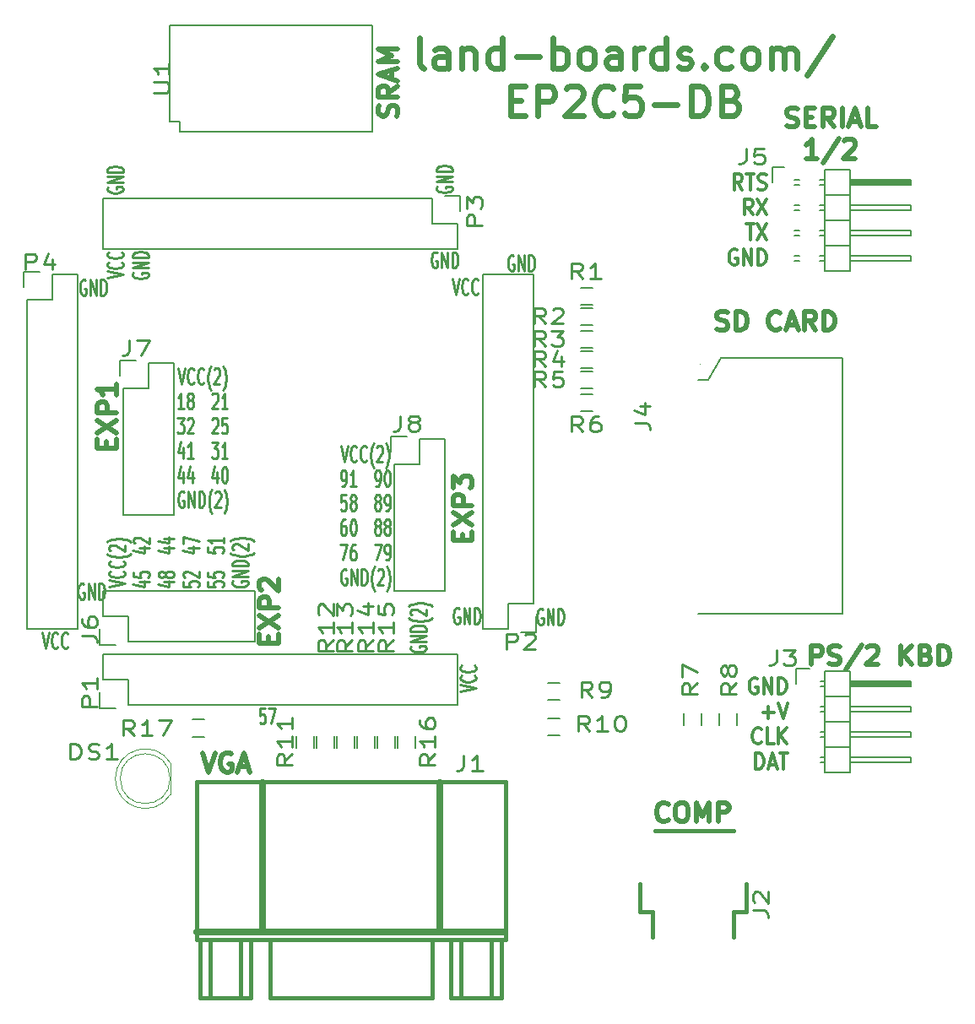
<source format=gbr>
G04 #@! TF.FileFunction,Legend,Top*
%FSLAX46Y46*%
G04 Gerber Fmt 4.6, Leading zero omitted, Abs format (unit mm)*
G04 Created by KiCad (PCBNEW 4.0.1-stable) date 2/4/2017 9:37:34 PM*
%MOMM*%
G01*
G04 APERTURE LIST*
%ADD10C,0.150000*%
%ADD11C,0.250000*%
%ADD12C,0.476250*%
%ADD13C,0.300000*%
%ADD14C,0.600000*%
%ADD15C,0.381000*%
%ADD16C,0.650000*%
%ADD17C,0.010000*%
%ADD18C,0.120000*%
G04 APERTURE END LIST*
D10*
D11*
X12954167Y-74632155D02*
X13287500Y-76219655D01*
X13620834Y-74632155D01*
X14525596Y-76068464D02*
X14477977Y-76144060D01*
X14335120Y-76219655D01*
X14239882Y-76219655D01*
X14097024Y-76144060D01*
X14001786Y-75992869D01*
X13954167Y-75841679D01*
X13906548Y-75539298D01*
X13906548Y-75312512D01*
X13954167Y-75010131D01*
X14001786Y-74858940D01*
X14097024Y-74707750D01*
X14239882Y-74632155D01*
X14335120Y-74632155D01*
X14477977Y-74707750D01*
X14525596Y-74783345D01*
X15525596Y-76068464D02*
X15477977Y-76144060D01*
X15335120Y-76219655D01*
X15239882Y-76219655D01*
X15097024Y-76144060D01*
X15001786Y-75992869D01*
X14954167Y-75841679D01*
X14906548Y-75539298D01*
X14906548Y-75312512D01*
X14954167Y-75010131D01*
X15001786Y-74858940D01*
X15097024Y-74707750D01*
X15239882Y-74632155D01*
X15335120Y-74632155D01*
X15477977Y-74707750D01*
X15525596Y-74783345D01*
X17145096Y-69754750D02*
X17049858Y-69679155D01*
X16907001Y-69679155D01*
X16764143Y-69754750D01*
X16668905Y-69905940D01*
X16621286Y-70057131D01*
X16573667Y-70359512D01*
X16573667Y-70586298D01*
X16621286Y-70888679D01*
X16668905Y-71039869D01*
X16764143Y-71191060D01*
X16907001Y-71266655D01*
X17002239Y-71266655D01*
X17145096Y-71191060D01*
X17192715Y-71115464D01*
X17192715Y-70586298D01*
X17002239Y-70586298D01*
X17621286Y-71266655D02*
X17621286Y-69679155D01*
X18192715Y-71266655D01*
X18192715Y-69679155D01*
X18668905Y-71266655D02*
X18668905Y-69679155D01*
X18907000Y-69679155D01*
X19049858Y-69754750D01*
X19145096Y-69905940D01*
X19192715Y-70057131D01*
X19240334Y-70359512D01*
X19240334Y-70586298D01*
X19192715Y-70888679D01*
X19145096Y-71039869D01*
X19049858Y-71191060D01*
X18907000Y-71266655D01*
X18668905Y-71266655D01*
X17335596Y-39274750D02*
X17240358Y-39199155D01*
X17097501Y-39199155D01*
X16954643Y-39274750D01*
X16859405Y-39425940D01*
X16811786Y-39577131D01*
X16764167Y-39879512D01*
X16764167Y-40106298D01*
X16811786Y-40408679D01*
X16859405Y-40559869D01*
X16954643Y-40711060D01*
X17097501Y-40786655D01*
X17192739Y-40786655D01*
X17335596Y-40711060D01*
X17383215Y-40635464D01*
X17383215Y-40106298D01*
X17192739Y-40106298D01*
X17811786Y-40786655D02*
X17811786Y-39199155D01*
X18383215Y-40786655D01*
X18383215Y-39199155D01*
X18859405Y-40786655D02*
X18859405Y-39199155D01*
X19097500Y-39199155D01*
X19240358Y-39274750D01*
X19335596Y-39425940D01*
X19383215Y-39577131D01*
X19430834Y-39879512D01*
X19430834Y-40106298D01*
X19383215Y-40408679D01*
X19335596Y-40559869D01*
X19240358Y-40711060D01*
X19097500Y-40786655D01*
X18859405Y-40786655D01*
X19514155Y-39052333D02*
X21101655Y-38719000D01*
X19514155Y-38385666D01*
X20950464Y-37480904D02*
X21026060Y-37528523D01*
X21101655Y-37671380D01*
X21101655Y-37766618D01*
X21026060Y-37909476D01*
X20874869Y-38004714D01*
X20723679Y-38052333D01*
X20421298Y-38099952D01*
X20194512Y-38099952D01*
X19892131Y-38052333D01*
X19740940Y-38004714D01*
X19589750Y-37909476D01*
X19514155Y-37766618D01*
X19514155Y-37671380D01*
X19589750Y-37528523D01*
X19665345Y-37480904D01*
X20950464Y-36480904D02*
X21026060Y-36528523D01*
X21101655Y-36671380D01*
X21101655Y-36766618D01*
X21026060Y-36909476D01*
X20874869Y-37004714D01*
X20723679Y-37052333D01*
X20421298Y-37099952D01*
X20194512Y-37099952D01*
X19892131Y-37052333D01*
X19740940Y-37004714D01*
X19589750Y-36909476D01*
X19514155Y-36766618D01*
X19514155Y-36671380D01*
X19589750Y-36528523D01*
X19665345Y-36480904D01*
X19589750Y-29971904D02*
X19514155Y-30067142D01*
X19514155Y-30209999D01*
X19589750Y-30352857D01*
X19740940Y-30448095D01*
X19892131Y-30495714D01*
X20194512Y-30543333D01*
X20421298Y-30543333D01*
X20723679Y-30495714D01*
X20874869Y-30448095D01*
X21026060Y-30352857D01*
X21101655Y-30209999D01*
X21101655Y-30114761D01*
X21026060Y-29971904D01*
X20950464Y-29924285D01*
X20421298Y-29924285D01*
X20421298Y-30114761D01*
X21101655Y-29495714D02*
X19514155Y-29495714D01*
X21101655Y-28924285D01*
X19514155Y-28924285D01*
X21101655Y-28448095D02*
X19514155Y-28448095D01*
X19514155Y-28210000D01*
X19589750Y-28067142D01*
X19740940Y-27971904D01*
X19892131Y-27924285D01*
X20194512Y-27876666D01*
X20421298Y-27876666D01*
X20723679Y-27924285D01*
X20874869Y-27971904D01*
X21026060Y-28067142D01*
X21101655Y-28210000D01*
X21101655Y-28448095D01*
X22129750Y-38544404D02*
X22054155Y-38639642D01*
X22054155Y-38782499D01*
X22129750Y-38925357D01*
X22280940Y-39020595D01*
X22432131Y-39068214D01*
X22734512Y-39115833D01*
X22961298Y-39115833D01*
X23263679Y-39068214D01*
X23414869Y-39020595D01*
X23566060Y-38925357D01*
X23641655Y-38782499D01*
X23641655Y-38687261D01*
X23566060Y-38544404D01*
X23490464Y-38496785D01*
X22961298Y-38496785D01*
X22961298Y-38687261D01*
X23641655Y-38068214D02*
X22054155Y-38068214D01*
X23641655Y-37496785D01*
X22054155Y-37496785D01*
X23641655Y-37020595D02*
X22054155Y-37020595D01*
X22054155Y-36782500D01*
X22129750Y-36639642D01*
X22280940Y-36544404D01*
X22432131Y-36496785D01*
X22734512Y-36449166D01*
X22961298Y-36449166D01*
X23263679Y-36496785D01*
X23414869Y-36544404D01*
X23566060Y-36639642D01*
X23641655Y-36782500D01*
X23641655Y-37020595D01*
X52578096Y-36544250D02*
X52482858Y-36468655D01*
X52340001Y-36468655D01*
X52197143Y-36544250D01*
X52101905Y-36695440D01*
X52054286Y-36846631D01*
X52006667Y-37149012D01*
X52006667Y-37375798D01*
X52054286Y-37678179D01*
X52101905Y-37829369D01*
X52197143Y-37980560D01*
X52340001Y-38056155D01*
X52435239Y-38056155D01*
X52578096Y-37980560D01*
X52625715Y-37904964D01*
X52625715Y-37375798D01*
X52435239Y-37375798D01*
X53054286Y-38056155D02*
X53054286Y-36468655D01*
X53625715Y-38056155D01*
X53625715Y-36468655D01*
X54101905Y-38056155D02*
X54101905Y-36468655D01*
X54340000Y-36468655D01*
X54482858Y-36544250D01*
X54578096Y-36695440D01*
X54625715Y-36846631D01*
X54673334Y-37149012D01*
X54673334Y-37375798D01*
X54625715Y-37678179D01*
X54578096Y-37829369D01*
X54482858Y-37980560D01*
X54340000Y-38056155D01*
X54101905Y-38056155D01*
X52609750Y-29908404D02*
X52534155Y-30003642D01*
X52534155Y-30146499D01*
X52609750Y-30289357D01*
X52760940Y-30384595D01*
X52912131Y-30432214D01*
X53214512Y-30479833D01*
X53441298Y-30479833D01*
X53743679Y-30432214D01*
X53894869Y-30384595D01*
X54046060Y-30289357D01*
X54121655Y-30146499D01*
X54121655Y-30051261D01*
X54046060Y-29908404D01*
X53970464Y-29860785D01*
X53441298Y-29860785D01*
X53441298Y-30051261D01*
X54121655Y-29432214D02*
X52534155Y-29432214D01*
X54121655Y-28860785D01*
X52534155Y-28860785D01*
X54121655Y-28384595D02*
X52534155Y-28384595D01*
X52534155Y-28146500D01*
X52609750Y-28003642D01*
X52760940Y-27908404D01*
X52912131Y-27860785D01*
X53214512Y-27813166D01*
X53441298Y-27813166D01*
X53743679Y-27860785D01*
X53894869Y-27908404D01*
X54046060Y-28003642D01*
X54121655Y-28146500D01*
X54121655Y-28384595D01*
X60261596Y-36861750D02*
X60166358Y-36786155D01*
X60023501Y-36786155D01*
X59880643Y-36861750D01*
X59785405Y-37012940D01*
X59737786Y-37164131D01*
X59690167Y-37466512D01*
X59690167Y-37693298D01*
X59737786Y-37995679D01*
X59785405Y-38146869D01*
X59880643Y-38298060D01*
X60023501Y-38373655D01*
X60118739Y-38373655D01*
X60261596Y-38298060D01*
X60309215Y-38222464D01*
X60309215Y-37693298D01*
X60118739Y-37693298D01*
X60737786Y-38373655D02*
X60737786Y-36786155D01*
X61309215Y-38373655D01*
X61309215Y-36786155D01*
X61785405Y-38373655D02*
X61785405Y-36786155D01*
X62023500Y-36786155D01*
X62166358Y-36861750D01*
X62261596Y-37012940D01*
X62309215Y-37164131D01*
X62356834Y-37466512D01*
X62356834Y-37693298D01*
X62309215Y-37995679D01*
X62261596Y-38146869D01*
X62166358Y-38298060D01*
X62023500Y-38373655D01*
X61785405Y-38373655D01*
X54102167Y-39135655D02*
X54435500Y-40723155D01*
X54768834Y-39135655D01*
X55673596Y-40571964D02*
X55625977Y-40647560D01*
X55483120Y-40723155D01*
X55387882Y-40723155D01*
X55245024Y-40647560D01*
X55149786Y-40496369D01*
X55102167Y-40345179D01*
X55054548Y-40042798D01*
X55054548Y-39816012D01*
X55102167Y-39513631D01*
X55149786Y-39362440D01*
X55245024Y-39211250D01*
X55387882Y-39135655D01*
X55483120Y-39135655D01*
X55625977Y-39211250D01*
X55673596Y-39286845D01*
X56673596Y-40571964D02*
X56625977Y-40647560D01*
X56483120Y-40723155D01*
X56387882Y-40723155D01*
X56245024Y-40647560D01*
X56149786Y-40496369D01*
X56102167Y-40345179D01*
X56054548Y-40042798D01*
X56054548Y-39816012D01*
X56102167Y-39513631D01*
X56149786Y-39362440D01*
X56245024Y-39211250D01*
X56387882Y-39135655D01*
X56483120Y-39135655D01*
X56625977Y-39211250D01*
X56673596Y-39286845D01*
X63182596Y-72294750D02*
X63087358Y-72219155D01*
X62944501Y-72219155D01*
X62801643Y-72294750D01*
X62706405Y-72445940D01*
X62658786Y-72597131D01*
X62611167Y-72899512D01*
X62611167Y-73126298D01*
X62658786Y-73428679D01*
X62706405Y-73579869D01*
X62801643Y-73731060D01*
X62944501Y-73806655D01*
X63039739Y-73806655D01*
X63182596Y-73731060D01*
X63230215Y-73655464D01*
X63230215Y-73126298D01*
X63039739Y-73126298D01*
X63658786Y-73806655D02*
X63658786Y-72219155D01*
X64230215Y-73806655D01*
X64230215Y-72219155D01*
X64706405Y-73806655D02*
X64706405Y-72219155D01*
X64944500Y-72219155D01*
X65087358Y-72294750D01*
X65182596Y-72445940D01*
X65230215Y-72597131D01*
X65277834Y-72899512D01*
X65277834Y-73126298D01*
X65230215Y-73428679D01*
X65182596Y-73579869D01*
X65087358Y-73731060D01*
X64944500Y-73806655D01*
X64706405Y-73806655D01*
X54800596Y-72231250D02*
X54705358Y-72155655D01*
X54562501Y-72155655D01*
X54419643Y-72231250D01*
X54324405Y-72382440D01*
X54276786Y-72533631D01*
X54229167Y-72836012D01*
X54229167Y-73062798D01*
X54276786Y-73365179D01*
X54324405Y-73516369D01*
X54419643Y-73667560D01*
X54562501Y-73743155D01*
X54657739Y-73743155D01*
X54800596Y-73667560D01*
X54848215Y-73591964D01*
X54848215Y-73062798D01*
X54657739Y-73062798D01*
X55276786Y-73743155D02*
X55276786Y-72155655D01*
X55848215Y-73743155D01*
X55848215Y-72155655D01*
X56324405Y-73743155D02*
X56324405Y-72155655D01*
X56562500Y-72155655D01*
X56705358Y-72231250D01*
X56800596Y-72382440D01*
X56848215Y-72533631D01*
X56895834Y-72836012D01*
X56895834Y-73062798D01*
X56848215Y-73365179D01*
X56800596Y-73516369D01*
X56705358Y-73667560D01*
X56562500Y-73743155D01*
X56324405Y-73743155D01*
X54883655Y-80517833D02*
X56471155Y-80184500D01*
X54883655Y-79851166D01*
X56319964Y-78946404D02*
X56395560Y-78994023D01*
X56471155Y-79136880D01*
X56471155Y-79232118D01*
X56395560Y-79374976D01*
X56244369Y-79470214D01*
X56093179Y-79517833D01*
X55790798Y-79565452D01*
X55564012Y-79565452D01*
X55261631Y-79517833D01*
X55110440Y-79470214D01*
X54959250Y-79374976D01*
X54883655Y-79232118D01*
X54883655Y-79136880D01*
X54959250Y-78994023D01*
X55034845Y-78946404D01*
X56319964Y-77946404D02*
X56395560Y-77994023D01*
X56471155Y-78136880D01*
X56471155Y-78232118D01*
X56395560Y-78374976D01*
X56244369Y-78470214D01*
X56093179Y-78517833D01*
X55790798Y-78565452D01*
X55564012Y-78565452D01*
X55261631Y-78517833D01*
X55110440Y-78470214D01*
X54959250Y-78374976D01*
X54883655Y-78232118D01*
X54883655Y-78136880D01*
X54959250Y-77994023D01*
X55034845Y-77946404D01*
X50006250Y-76009262D02*
X49930655Y-76104500D01*
X49930655Y-76247357D01*
X50006250Y-76390215D01*
X50157440Y-76485453D01*
X50308631Y-76533072D01*
X50611012Y-76580691D01*
X50837798Y-76580691D01*
X51140179Y-76533072D01*
X51291369Y-76485453D01*
X51442560Y-76390215D01*
X51518155Y-76247357D01*
X51518155Y-76152119D01*
X51442560Y-76009262D01*
X51366964Y-75961643D01*
X50837798Y-75961643D01*
X50837798Y-76152119D01*
X51518155Y-75533072D02*
X49930655Y-75533072D01*
X51518155Y-74961643D01*
X49930655Y-74961643D01*
X51518155Y-74485453D02*
X49930655Y-74485453D01*
X49930655Y-74247358D01*
X50006250Y-74104500D01*
X50157440Y-74009262D01*
X50308631Y-73961643D01*
X50611012Y-73914024D01*
X50837798Y-73914024D01*
X51140179Y-73961643D01*
X51291369Y-74009262D01*
X51442560Y-74104500D01*
X51518155Y-74247358D01*
X51518155Y-74485453D01*
X52122917Y-73199738D02*
X52047321Y-73247358D01*
X51820536Y-73342596D01*
X51669345Y-73390215D01*
X51442560Y-73437834D01*
X51064583Y-73485453D01*
X50762202Y-73485453D01*
X50384226Y-73437834D01*
X50157440Y-73390215D01*
X50006250Y-73342596D01*
X49779464Y-73247358D01*
X49703869Y-73199738D01*
X50081845Y-72866405D02*
X50006250Y-72818786D01*
X49930655Y-72723548D01*
X49930655Y-72485452D01*
X50006250Y-72390214D01*
X50081845Y-72342595D01*
X50233036Y-72294976D01*
X50384226Y-72294976D01*
X50611012Y-72342595D01*
X51518155Y-72914024D01*
X51518155Y-72294976D01*
X52122917Y-71961643D02*
X52047321Y-71914024D01*
X51820536Y-71818786D01*
X51669345Y-71771167D01*
X51442560Y-71723548D01*
X51064583Y-71675929D01*
X50762202Y-71675929D01*
X50384226Y-71723548D01*
X50157440Y-71771167D01*
X50006250Y-71818786D01*
X49779464Y-71914024D01*
X49703869Y-71961643D01*
X35321905Y-82188655D02*
X34845714Y-82188655D01*
X34798095Y-82944607D01*
X34845714Y-82869012D01*
X34940952Y-82793417D01*
X35179048Y-82793417D01*
X35274286Y-82869012D01*
X35321905Y-82944607D01*
X35369524Y-83095798D01*
X35369524Y-83473774D01*
X35321905Y-83624964D01*
X35274286Y-83700560D01*
X35179048Y-83776155D01*
X34940952Y-83776155D01*
X34845714Y-83700560D01*
X34798095Y-83624964D01*
X35702857Y-82188655D02*
X36369524Y-82188655D01*
X35940952Y-83776155D01*
X42926309Y-55877905D02*
X43259642Y-57465405D01*
X43592976Y-55877905D01*
X44497738Y-57314214D02*
X44450119Y-57389810D01*
X44307262Y-57465405D01*
X44212024Y-57465405D01*
X44069166Y-57389810D01*
X43973928Y-57238619D01*
X43926309Y-57087429D01*
X43878690Y-56785048D01*
X43878690Y-56558262D01*
X43926309Y-56255881D01*
X43973928Y-56104690D01*
X44069166Y-55953500D01*
X44212024Y-55877905D01*
X44307262Y-55877905D01*
X44450119Y-55953500D01*
X44497738Y-56029095D01*
X45497738Y-57314214D02*
X45450119Y-57389810D01*
X45307262Y-57465405D01*
X45212024Y-57465405D01*
X45069166Y-57389810D01*
X44973928Y-57238619D01*
X44926309Y-57087429D01*
X44878690Y-56785048D01*
X44878690Y-56558262D01*
X44926309Y-56255881D01*
X44973928Y-56104690D01*
X45069166Y-55953500D01*
X45212024Y-55877905D01*
X45307262Y-55877905D01*
X45450119Y-55953500D01*
X45497738Y-56029095D01*
X46212024Y-58070167D02*
X46164404Y-57994571D01*
X46069166Y-57767786D01*
X46021547Y-57616595D01*
X45973928Y-57389810D01*
X45926309Y-57011833D01*
X45926309Y-56709452D01*
X45973928Y-56331476D01*
X46021547Y-56104690D01*
X46069166Y-55953500D01*
X46164404Y-55726714D01*
X46212024Y-55651119D01*
X46545357Y-56029095D02*
X46592976Y-55953500D01*
X46688214Y-55877905D01*
X46926310Y-55877905D01*
X47021548Y-55953500D01*
X47069167Y-56029095D01*
X47116786Y-56180286D01*
X47116786Y-56331476D01*
X47069167Y-56558262D01*
X46497738Y-57465405D01*
X47116786Y-57465405D01*
X47450119Y-58070167D02*
X47497738Y-57994571D01*
X47592976Y-57767786D01*
X47640595Y-57616595D01*
X47688214Y-57389810D01*
X47735833Y-57011833D01*
X47735833Y-56709452D01*
X47688214Y-56331476D01*
X47640595Y-56104690D01*
X47592976Y-55953500D01*
X47497738Y-55726714D01*
X47450119Y-55651119D01*
X43021547Y-59937905D02*
X43212023Y-59937905D01*
X43307262Y-59862310D01*
X43354881Y-59786714D01*
X43450119Y-59559929D01*
X43497738Y-59257548D01*
X43497738Y-58652786D01*
X43450119Y-58501595D01*
X43402500Y-58426000D01*
X43307262Y-58350405D01*
X43116785Y-58350405D01*
X43021547Y-58426000D01*
X42973928Y-58501595D01*
X42926309Y-58652786D01*
X42926309Y-59030762D01*
X42973928Y-59181952D01*
X43021547Y-59257548D01*
X43116785Y-59333143D01*
X43307262Y-59333143D01*
X43402500Y-59257548D01*
X43450119Y-59181952D01*
X43497738Y-59030762D01*
X44450119Y-59937905D02*
X43878690Y-59937905D01*
X44164404Y-59937905D02*
X44164404Y-58350405D01*
X44069166Y-58577190D01*
X43973928Y-58728381D01*
X43878690Y-58803976D01*
X46450119Y-59937905D02*
X46640595Y-59937905D01*
X46735834Y-59862310D01*
X46783453Y-59786714D01*
X46878691Y-59559929D01*
X46926310Y-59257548D01*
X46926310Y-58652786D01*
X46878691Y-58501595D01*
X46831072Y-58426000D01*
X46735834Y-58350405D01*
X46545357Y-58350405D01*
X46450119Y-58426000D01*
X46402500Y-58501595D01*
X46354881Y-58652786D01*
X46354881Y-59030762D01*
X46402500Y-59181952D01*
X46450119Y-59257548D01*
X46545357Y-59333143D01*
X46735834Y-59333143D01*
X46831072Y-59257548D01*
X46878691Y-59181952D01*
X46926310Y-59030762D01*
X47545357Y-58350405D02*
X47640596Y-58350405D01*
X47735834Y-58426000D01*
X47783453Y-58501595D01*
X47831072Y-58652786D01*
X47878691Y-58955167D01*
X47878691Y-59333143D01*
X47831072Y-59635524D01*
X47783453Y-59786714D01*
X47735834Y-59862310D01*
X47640596Y-59937905D01*
X47545357Y-59937905D01*
X47450119Y-59862310D01*
X47402500Y-59786714D01*
X47354881Y-59635524D01*
X47307262Y-59333143D01*
X47307262Y-58955167D01*
X47354881Y-58652786D01*
X47402500Y-58501595D01*
X47450119Y-58426000D01*
X47545357Y-58350405D01*
X43450119Y-60822905D02*
X42973928Y-60822905D01*
X42926309Y-61578857D01*
X42973928Y-61503262D01*
X43069166Y-61427667D01*
X43307262Y-61427667D01*
X43402500Y-61503262D01*
X43450119Y-61578857D01*
X43497738Y-61730048D01*
X43497738Y-62108024D01*
X43450119Y-62259214D01*
X43402500Y-62334810D01*
X43307262Y-62410405D01*
X43069166Y-62410405D01*
X42973928Y-62334810D01*
X42926309Y-62259214D01*
X44069166Y-61503262D02*
X43973928Y-61427667D01*
X43926309Y-61352071D01*
X43878690Y-61200881D01*
X43878690Y-61125286D01*
X43926309Y-60974095D01*
X43973928Y-60898500D01*
X44069166Y-60822905D01*
X44259643Y-60822905D01*
X44354881Y-60898500D01*
X44402500Y-60974095D01*
X44450119Y-61125286D01*
X44450119Y-61200881D01*
X44402500Y-61352071D01*
X44354881Y-61427667D01*
X44259643Y-61503262D01*
X44069166Y-61503262D01*
X43973928Y-61578857D01*
X43926309Y-61654452D01*
X43878690Y-61805643D01*
X43878690Y-62108024D01*
X43926309Y-62259214D01*
X43973928Y-62334810D01*
X44069166Y-62410405D01*
X44259643Y-62410405D01*
X44354881Y-62334810D01*
X44402500Y-62259214D01*
X44450119Y-62108024D01*
X44450119Y-61805643D01*
X44402500Y-61654452D01*
X44354881Y-61578857D01*
X44259643Y-61503262D01*
X46545357Y-61503262D02*
X46450119Y-61427667D01*
X46402500Y-61352071D01*
X46354881Y-61200881D01*
X46354881Y-61125286D01*
X46402500Y-60974095D01*
X46450119Y-60898500D01*
X46545357Y-60822905D01*
X46735834Y-60822905D01*
X46831072Y-60898500D01*
X46878691Y-60974095D01*
X46926310Y-61125286D01*
X46926310Y-61200881D01*
X46878691Y-61352071D01*
X46831072Y-61427667D01*
X46735834Y-61503262D01*
X46545357Y-61503262D01*
X46450119Y-61578857D01*
X46402500Y-61654452D01*
X46354881Y-61805643D01*
X46354881Y-62108024D01*
X46402500Y-62259214D01*
X46450119Y-62334810D01*
X46545357Y-62410405D01*
X46735834Y-62410405D01*
X46831072Y-62334810D01*
X46878691Y-62259214D01*
X46926310Y-62108024D01*
X46926310Y-61805643D01*
X46878691Y-61654452D01*
X46831072Y-61578857D01*
X46735834Y-61503262D01*
X47402500Y-62410405D02*
X47592976Y-62410405D01*
X47688215Y-62334810D01*
X47735834Y-62259214D01*
X47831072Y-62032429D01*
X47878691Y-61730048D01*
X47878691Y-61125286D01*
X47831072Y-60974095D01*
X47783453Y-60898500D01*
X47688215Y-60822905D01*
X47497738Y-60822905D01*
X47402500Y-60898500D01*
X47354881Y-60974095D01*
X47307262Y-61125286D01*
X47307262Y-61503262D01*
X47354881Y-61654452D01*
X47402500Y-61730048D01*
X47497738Y-61805643D01*
X47688215Y-61805643D01*
X47783453Y-61730048D01*
X47831072Y-61654452D01*
X47878691Y-61503262D01*
X43402500Y-63295405D02*
X43212023Y-63295405D01*
X43116785Y-63371000D01*
X43069166Y-63446595D01*
X42973928Y-63673381D01*
X42926309Y-63975762D01*
X42926309Y-64580524D01*
X42973928Y-64731714D01*
X43021547Y-64807310D01*
X43116785Y-64882905D01*
X43307262Y-64882905D01*
X43402500Y-64807310D01*
X43450119Y-64731714D01*
X43497738Y-64580524D01*
X43497738Y-64202548D01*
X43450119Y-64051357D01*
X43402500Y-63975762D01*
X43307262Y-63900167D01*
X43116785Y-63900167D01*
X43021547Y-63975762D01*
X42973928Y-64051357D01*
X42926309Y-64202548D01*
X44116785Y-63295405D02*
X44212024Y-63295405D01*
X44307262Y-63371000D01*
X44354881Y-63446595D01*
X44402500Y-63597786D01*
X44450119Y-63900167D01*
X44450119Y-64278143D01*
X44402500Y-64580524D01*
X44354881Y-64731714D01*
X44307262Y-64807310D01*
X44212024Y-64882905D01*
X44116785Y-64882905D01*
X44021547Y-64807310D01*
X43973928Y-64731714D01*
X43926309Y-64580524D01*
X43878690Y-64278143D01*
X43878690Y-63900167D01*
X43926309Y-63597786D01*
X43973928Y-63446595D01*
X44021547Y-63371000D01*
X44116785Y-63295405D01*
X46545357Y-63975762D02*
X46450119Y-63900167D01*
X46402500Y-63824571D01*
X46354881Y-63673381D01*
X46354881Y-63597786D01*
X46402500Y-63446595D01*
X46450119Y-63371000D01*
X46545357Y-63295405D01*
X46735834Y-63295405D01*
X46831072Y-63371000D01*
X46878691Y-63446595D01*
X46926310Y-63597786D01*
X46926310Y-63673381D01*
X46878691Y-63824571D01*
X46831072Y-63900167D01*
X46735834Y-63975762D01*
X46545357Y-63975762D01*
X46450119Y-64051357D01*
X46402500Y-64126952D01*
X46354881Y-64278143D01*
X46354881Y-64580524D01*
X46402500Y-64731714D01*
X46450119Y-64807310D01*
X46545357Y-64882905D01*
X46735834Y-64882905D01*
X46831072Y-64807310D01*
X46878691Y-64731714D01*
X46926310Y-64580524D01*
X46926310Y-64278143D01*
X46878691Y-64126952D01*
X46831072Y-64051357D01*
X46735834Y-63975762D01*
X47497738Y-63975762D02*
X47402500Y-63900167D01*
X47354881Y-63824571D01*
X47307262Y-63673381D01*
X47307262Y-63597786D01*
X47354881Y-63446595D01*
X47402500Y-63371000D01*
X47497738Y-63295405D01*
X47688215Y-63295405D01*
X47783453Y-63371000D01*
X47831072Y-63446595D01*
X47878691Y-63597786D01*
X47878691Y-63673381D01*
X47831072Y-63824571D01*
X47783453Y-63900167D01*
X47688215Y-63975762D01*
X47497738Y-63975762D01*
X47402500Y-64051357D01*
X47354881Y-64126952D01*
X47307262Y-64278143D01*
X47307262Y-64580524D01*
X47354881Y-64731714D01*
X47402500Y-64807310D01*
X47497738Y-64882905D01*
X47688215Y-64882905D01*
X47783453Y-64807310D01*
X47831072Y-64731714D01*
X47878691Y-64580524D01*
X47878691Y-64278143D01*
X47831072Y-64126952D01*
X47783453Y-64051357D01*
X47688215Y-63975762D01*
X42878690Y-65767905D02*
X43545357Y-65767905D01*
X43116785Y-67355405D01*
X44354881Y-65767905D02*
X44164404Y-65767905D01*
X44069166Y-65843500D01*
X44021547Y-65919095D01*
X43926309Y-66145881D01*
X43878690Y-66448262D01*
X43878690Y-67053024D01*
X43926309Y-67204214D01*
X43973928Y-67279810D01*
X44069166Y-67355405D01*
X44259643Y-67355405D01*
X44354881Y-67279810D01*
X44402500Y-67204214D01*
X44450119Y-67053024D01*
X44450119Y-66675048D01*
X44402500Y-66523857D01*
X44354881Y-66448262D01*
X44259643Y-66372667D01*
X44069166Y-66372667D01*
X43973928Y-66448262D01*
X43926309Y-66523857D01*
X43878690Y-66675048D01*
X46307262Y-65767905D02*
X46973929Y-65767905D01*
X46545357Y-67355405D01*
X47402500Y-67355405D02*
X47592976Y-67355405D01*
X47688215Y-67279810D01*
X47735834Y-67204214D01*
X47831072Y-66977429D01*
X47878691Y-66675048D01*
X47878691Y-66070286D01*
X47831072Y-65919095D01*
X47783453Y-65843500D01*
X47688215Y-65767905D01*
X47497738Y-65767905D01*
X47402500Y-65843500D01*
X47354881Y-65919095D01*
X47307262Y-66070286D01*
X47307262Y-66448262D01*
X47354881Y-66599452D01*
X47402500Y-66675048D01*
X47497738Y-66750643D01*
X47688215Y-66750643D01*
X47783453Y-66675048D01*
X47831072Y-66599452D01*
X47878691Y-66448262D01*
X43497738Y-68316000D02*
X43402500Y-68240405D01*
X43259643Y-68240405D01*
X43116785Y-68316000D01*
X43021547Y-68467190D01*
X42973928Y-68618381D01*
X42926309Y-68920762D01*
X42926309Y-69147548D01*
X42973928Y-69449929D01*
X43021547Y-69601119D01*
X43116785Y-69752310D01*
X43259643Y-69827905D01*
X43354881Y-69827905D01*
X43497738Y-69752310D01*
X43545357Y-69676714D01*
X43545357Y-69147548D01*
X43354881Y-69147548D01*
X43973928Y-69827905D02*
X43973928Y-68240405D01*
X44545357Y-69827905D01*
X44545357Y-68240405D01*
X45021547Y-69827905D02*
X45021547Y-68240405D01*
X45259642Y-68240405D01*
X45402500Y-68316000D01*
X45497738Y-68467190D01*
X45545357Y-68618381D01*
X45592976Y-68920762D01*
X45592976Y-69147548D01*
X45545357Y-69449929D01*
X45497738Y-69601119D01*
X45402500Y-69752310D01*
X45259642Y-69827905D01*
X45021547Y-69827905D01*
X46307262Y-70432667D02*
X46259642Y-70357071D01*
X46164404Y-70130286D01*
X46116785Y-69979095D01*
X46069166Y-69752310D01*
X46021547Y-69374333D01*
X46021547Y-69071952D01*
X46069166Y-68693976D01*
X46116785Y-68467190D01*
X46164404Y-68316000D01*
X46259642Y-68089214D01*
X46307262Y-68013619D01*
X46640595Y-68391595D02*
X46688214Y-68316000D01*
X46783452Y-68240405D01*
X47021548Y-68240405D01*
X47116786Y-68316000D01*
X47164405Y-68391595D01*
X47212024Y-68542786D01*
X47212024Y-68693976D01*
X47164405Y-68920762D01*
X46592976Y-69827905D01*
X47212024Y-69827905D01*
X47545357Y-70432667D02*
X47592976Y-70357071D01*
X47688214Y-70130286D01*
X47735833Y-69979095D01*
X47783452Y-69752310D01*
X47831071Y-69374333D01*
X47831071Y-69071952D01*
X47783452Y-68693976D01*
X47735833Y-68467190D01*
X47688214Y-68316000D01*
X47592976Y-68089214D01*
X47545357Y-68013619D01*
D12*
X55108929Y-65405000D02*
X55108929Y-64770000D01*
X56106786Y-64497857D02*
X56106786Y-65405000D01*
X54201786Y-65405000D01*
X54201786Y-64497857D01*
X54201786Y-63862857D02*
X56106786Y-62592857D01*
X54201786Y-62592857D02*
X56106786Y-63862857D01*
X56106786Y-61867143D02*
X54201786Y-61867143D01*
X54201786Y-61141428D01*
X54292500Y-60960000D01*
X54383214Y-60869285D01*
X54564643Y-60778571D01*
X54836786Y-60778571D01*
X55018214Y-60869285D01*
X55108929Y-60960000D01*
X55199643Y-61141428D01*
X55199643Y-61867143D01*
X54201786Y-60143571D02*
X54201786Y-58964285D01*
X54927500Y-59599285D01*
X54927500Y-59327143D01*
X55018214Y-59145714D01*
X55108929Y-59055000D01*
X55290357Y-58964285D01*
X55743929Y-58964285D01*
X55925357Y-59055000D01*
X56016071Y-59145714D01*
X56106786Y-59327143D01*
X56106786Y-59871428D01*
X56016071Y-60052857D01*
X55925357Y-60143571D01*
X19421929Y-56134000D02*
X19421929Y-55499000D01*
X20419786Y-55226857D02*
X20419786Y-56134000D01*
X18514786Y-56134000D01*
X18514786Y-55226857D01*
X18514786Y-54591857D02*
X20419786Y-53321857D01*
X18514786Y-53321857D02*
X20419786Y-54591857D01*
X20419786Y-52596143D02*
X18514786Y-52596143D01*
X18514786Y-51870428D01*
X18605500Y-51689000D01*
X18696214Y-51598285D01*
X18877643Y-51507571D01*
X19149786Y-51507571D01*
X19331214Y-51598285D01*
X19421929Y-51689000D01*
X19512643Y-51870428D01*
X19512643Y-52596143D01*
X20419786Y-49693285D02*
X20419786Y-50781857D01*
X20419786Y-50237571D02*
X18514786Y-50237571D01*
X18786929Y-50419000D01*
X18968357Y-50600428D01*
X19059071Y-50781857D01*
D11*
X26606809Y-48130905D02*
X26940142Y-49718405D01*
X27273476Y-48130905D01*
X28178238Y-49567214D02*
X28130619Y-49642810D01*
X27987762Y-49718405D01*
X27892524Y-49718405D01*
X27749666Y-49642810D01*
X27654428Y-49491619D01*
X27606809Y-49340429D01*
X27559190Y-49038048D01*
X27559190Y-48811262D01*
X27606809Y-48508881D01*
X27654428Y-48357690D01*
X27749666Y-48206500D01*
X27892524Y-48130905D01*
X27987762Y-48130905D01*
X28130619Y-48206500D01*
X28178238Y-48282095D01*
X29178238Y-49567214D02*
X29130619Y-49642810D01*
X28987762Y-49718405D01*
X28892524Y-49718405D01*
X28749666Y-49642810D01*
X28654428Y-49491619D01*
X28606809Y-49340429D01*
X28559190Y-49038048D01*
X28559190Y-48811262D01*
X28606809Y-48508881D01*
X28654428Y-48357690D01*
X28749666Y-48206500D01*
X28892524Y-48130905D01*
X28987762Y-48130905D01*
X29130619Y-48206500D01*
X29178238Y-48282095D01*
X29892524Y-50323167D02*
X29844904Y-50247571D01*
X29749666Y-50020786D01*
X29702047Y-49869595D01*
X29654428Y-49642810D01*
X29606809Y-49264833D01*
X29606809Y-48962452D01*
X29654428Y-48584476D01*
X29702047Y-48357690D01*
X29749666Y-48206500D01*
X29844904Y-47979714D01*
X29892524Y-47904119D01*
X30225857Y-48282095D02*
X30273476Y-48206500D01*
X30368714Y-48130905D01*
X30606810Y-48130905D01*
X30702048Y-48206500D01*
X30749667Y-48282095D01*
X30797286Y-48433286D01*
X30797286Y-48584476D01*
X30749667Y-48811262D01*
X30178238Y-49718405D01*
X30797286Y-49718405D01*
X31130619Y-50323167D02*
X31178238Y-50247571D01*
X31273476Y-50020786D01*
X31321095Y-49869595D01*
X31368714Y-49642810D01*
X31416333Y-49264833D01*
X31416333Y-48962452D01*
X31368714Y-48584476D01*
X31321095Y-48357690D01*
X31273476Y-48206500D01*
X31178238Y-47979714D01*
X31130619Y-47904119D01*
X27178238Y-52190905D02*
X26606809Y-52190905D01*
X26892523Y-52190905D02*
X26892523Y-50603405D01*
X26797285Y-50830190D01*
X26702047Y-50981381D01*
X26606809Y-51056976D01*
X27749666Y-51283762D02*
X27654428Y-51208167D01*
X27606809Y-51132571D01*
X27559190Y-50981381D01*
X27559190Y-50905786D01*
X27606809Y-50754595D01*
X27654428Y-50679000D01*
X27749666Y-50603405D01*
X27940143Y-50603405D01*
X28035381Y-50679000D01*
X28083000Y-50754595D01*
X28130619Y-50905786D01*
X28130619Y-50981381D01*
X28083000Y-51132571D01*
X28035381Y-51208167D01*
X27940143Y-51283762D01*
X27749666Y-51283762D01*
X27654428Y-51359357D01*
X27606809Y-51434952D01*
X27559190Y-51586143D01*
X27559190Y-51888524D01*
X27606809Y-52039714D01*
X27654428Y-52115310D01*
X27749666Y-52190905D01*
X27940143Y-52190905D01*
X28035381Y-52115310D01*
X28083000Y-52039714D01*
X28130619Y-51888524D01*
X28130619Y-51586143D01*
X28083000Y-51434952D01*
X28035381Y-51359357D01*
X27940143Y-51283762D01*
X30035381Y-50754595D02*
X30083000Y-50679000D01*
X30178238Y-50603405D01*
X30416334Y-50603405D01*
X30511572Y-50679000D01*
X30559191Y-50754595D01*
X30606810Y-50905786D01*
X30606810Y-51056976D01*
X30559191Y-51283762D01*
X29987762Y-52190905D01*
X30606810Y-52190905D01*
X31559191Y-52190905D02*
X30987762Y-52190905D01*
X31273476Y-52190905D02*
X31273476Y-50603405D01*
X31178238Y-50830190D01*
X31083000Y-50981381D01*
X30987762Y-51056976D01*
X26559190Y-53075905D02*
X27178238Y-53075905D01*
X26844904Y-53680667D01*
X26987762Y-53680667D01*
X27083000Y-53756262D01*
X27130619Y-53831857D01*
X27178238Y-53983048D01*
X27178238Y-54361024D01*
X27130619Y-54512214D01*
X27083000Y-54587810D01*
X26987762Y-54663405D01*
X26702047Y-54663405D01*
X26606809Y-54587810D01*
X26559190Y-54512214D01*
X27559190Y-53227095D02*
X27606809Y-53151500D01*
X27702047Y-53075905D01*
X27940143Y-53075905D01*
X28035381Y-53151500D01*
X28083000Y-53227095D01*
X28130619Y-53378286D01*
X28130619Y-53529476D01*
X28083000Y-53756262D01*
X27511571Y-54663405D01*
X28130619Y-54663405D01*
X30035381Y-53227095D02*
X30083000Y-53151500D01*
X30178238Y-53075905D01*
X30416334Y-53075905D01*
X30511572Y-53151500D01*
X30559191Y-53227095D01*
X30606810Y-53378286D01*
X30606810Y-53529476D01*
X30559191Y-53756262D01*
X29987762Y-54663405D01*
X30606810Y-54663405D01*
X31511572Y-53075905D02*
X31035381Y-53075905D01*
X30987762Y-53831857D01*
X31035381Y-53756262D01*
X31130619Y-53680667D01*
X31368715Y-53680667D01*
X31463953Y-53756262D01*
X31511572Y-53831857D01*
X31559191Y-53983048D01*
X31559191Y-54361024D01*
X31511572Y-54512214D01*
X31463953Y-54587810D01*
X31368715Y-54663405D01*
X31130619Y-54663405D01*
X31035381Y-54587810D01*
X30987762Y-54512214D01*
X27083000Y-56077571D02*
X27083000Y-57135905D01*
X26844904Y-55472810D02*
X26606809Y-56606738D01*
X27225857Y-56606738D01*
X28130619Y-57135905D02*
X27559190Y-57135905D01*
X27844904Y-57135905D02*
X27844904Y-55548405D01*
X27749666Y-55775190D01*
X27654428Y-55926381D01*
X27559190Y-56001976D01*
X29987762Y-55548405D02*
X30606810Y-55548405D01*
X30273476Y-56153167D01*
X30416334Y-56153167D01*
X30511572Y-56228762D01*
X30559191Y-56304357D01*
X30606810Y-56455548D01*
X30606810Y-56833524D01*
X30559191Y-56984714D01*
X30511572Y-57060310D01*
X30416334Y-57135905D01*
X30130619Y-57135905D01*
X30035381Y-57060310D01*
X29987762Y-56984714D01*
X31559191Y-57135905D02*
X30987762Y-57135905D01*
X31273476Y-57135905D02*
X31273476Y-55548405D01*
X31178238Y-55775190D01*
X31083000Y-55926381D01*
X30987762Y-56001976D01*
X27083000Y-58550071D02*
X27083000Y-59608405D01*
X26844904Y-57945310D02*
X26606809Y-59079238D01*
X27225857Y-59079238D01*
X28035381Y-58550071D02*
X28035381Y-59608405D01*
X27797285Y-57945310D02*
X27559190Y-59079238D01*
X28178238Y-59079238D01*
X30511572Y-58550071D02*
X30511572Y-59608405D01*
X30273476Y-57945310D02*
X30035381Y-59079238D01*
X30654429Y-59079238D01*
X31225857Y-58020905D02*
X31321096Y-58020905D01*
X31416334Y-58096500D01*
X31463953Y-58172095D01*
X31511572Y-58323286D01*
X31559191Y-58625667D01*
X31559191Y-59003643D01*
X31511572Y-59306024D01*
X31463953Y-59457214D01*
X31416334Y-59532810D01*
X31321096Y-59608405D01*
X31225857Y-59608405D01*
X31130619Y-59532810D01*
X31083000Y-59457214D01*
X31035381Y-59306024D01*
X30987762Y-59003643D01*
X30987762Y-58625667D01*
X31035381Y-58323286D01*
X31083000Y-58172095D01*
X31130619Y-58096500D01*
X31225857Y-58020905D01*
X27178238Y-60569000D02*
X27083000Y-60493405D01*
X26940143Y-60493405D01*
X26797285Y-60569000D01*
X26702047Y-60720190D01*
X26654428Y-60871381D01*
X26606809Y-61173762D01*
X26606809Y-61400548D01*
X26654428Y-61702929D01*
X26702047Y-61854119D01*
X26797285Y-62005310D01*
X26940143Y-62080905D01*
X27035381Y-62080905D01*
X27178238Y-62005310D01*
X27225857Y-61929714D01*
X27225857Y-61400548D01*
X27035381Y-61400548D01*
X27654428Y-62080905D02*
X27654428Y-60493405D01*
X28225857Y-62080905D01*
X28225857Y-60493405D01*
X28702047Y-62080905D02*
X28702047Y-60493405D01*
X28940142Y-60493405D01*
X29083000Y-60569000D01*
X29178238Y-60720190D01*
X29225857Y-60871381D01*
X29273476Y-61173762D01*
X29273476Y-61400548D01*
X29225857Y-61702929D01*
X29178238Y-61854119D01*
X29083000Y-62005310D01*
X28940142Y-62080905D01*
X28702047Y-62080905D01*
X29987762Y-62685667D02*
X29940142Y-62610071D01*
X29844904Y-62383286D01*
X29797285Y-62232095D01*
X29749666Y-62005310D01*
X29702047Y-61627333D01*
X29702047Y-61324952D01*
X29749666Y-60946976D01*
X29797285Y-60720190D01*
X29844904Y-60569000D01*
X29940142Y-60342214D01*
X29987762Y-60266619D01*
X30321095Y-60644595D02*
X30368714Y-60569000D01*
X30463952Y-60493405D01*
X30702048Y-60493405D01*
X30797286Y-60569000D01*
X30844905Y-60644595D01*
X30892524Y-60795786D01*
X30892524Y-60946976D01*
X30844905Y-61173762D01*
X30273476Y-62080905D01*
X30892524Y-62080905D01*
X31225857Y-62685667D02*
X31273476Y-62610071D01*
X31368714Y-62383286D01*
X31416333Y-62232095D01*
X31463952Y-62005310D01*
X31511571Y-61627333D01*
X31511571Y-61324952D01*
X31463952Y-60946976D01*
X31416333Y-60720190D01*
X31368714Y-60569000D01*
X31273476Y-60342214D01*
X31225857Y-60266619D01*
X19682905Y-70040191D02*
X21270405Y-69706858D01*
X19682905Y-69373524D01*
X21119214Y-68468762D02*
X21194810Y-68516381D01*
X21270405Y-68659238D01*
X21270405Y-68754476D01*
X21194810Y-68897334D01*
X21043619Y-68992572D01*
X20892429Y-69040191D01*
X20590048Y-69087810D01*
X20363262Y-69087810D01*
X20060881Y-69040191D01*
X19909690Y-68992572D01*
X19758500Y-68897334D01*
X19682905Y-68754476D01*
X19682905Y-68659238D01*
X19758500Y-68516381D01*
X19834095Y-68468762D01*
X21119214Y-67468762D02*
X21194810Y-67516381D01*
X21270405Y-67659238D01*
X21270405Y-67754476D01*
X21194810Y-67897334D01*
X21043619Y-67992572D01*
X20892429Y-68040191D01*
X20590048Y-68087810D01*
X20363262Y-68087810D01*
X20060881Y-68040191D01*
X19909690Y-67992572D01*
X19758500Y-67897334D01*
X19682905Y-67754476D01*
X19682905Y-67659238D01*
X19758500Y-67516381D01*
X19834095Y-67468762D01*
X21875167Y-66754476D02*
X21799571Y-66802096D01*
X21572786Y-66897334D01*
X21421595Y-66944953D01*
X21194810Y-66992572D01*
X20816833Y-67040191D01*
X20514452Y-67040191D01*
X20136476Y-66992572D01*
X19909690Y-66944953D01*
X19758500Y-66897334D01*
X19531714Y-66802096D01*
X19456119Y-66754476D01*
X19834095Y-66421143D02*
X19758500Y-66373524D01*
X19682905Y-66278286D01*
X19682905Y-66040190D01*
X19758500Y-65944952D01*
X19834095Y-65897333D01*
X19985286Y-65849714D01*
X20136476Y-65849714D01*
X20363262Y-65897333D01*
X21270405Y-66468762D01*
X21270405Y-65849714D01*
X21875167Y-65516381D02*
X21799571Y-65468762D01*
X21572786Y-65373524D01*
X21421595Y-65325905D01*
X21194810Y-65278286D01*
X20816833Y-65230667D01*
X20514452Y-65230667D01*
X20136476Y-65278286D01*
X19909690Y-65325905D01*
X19758500Y-65373524D01*
X19531714Y-65468762D01*
X19456119Y-65516381D01*
X22684571Y-69564000D02*
X23742905Y-69564000D01*
X22079810Y-69802096D02*
X23213738Y-70040191D01*
X23213738Y-69421143D01*
X22155405Y-68564000D02*
X22155405Y-69040191D01*
X22911357Y-69087810D01*
X22835762Y-69040191D01*
X22760167Y-68944953D01*
X22760167Y-68706857D01*
X22835762Y-68611619D01*
X22911357Y-68564000D01*
X23062548Y-68516381D01*
X23440524Y-68516381D01*
X23591714Y-68564000D01*
X23667310Y-68611619D01*
X23742905Y-68706857D01*
X23742905Y-68944953D01*
X23667310Y-69040191D01*
X23591714Y-69087810D01*
X22684571Y-66135428D02*
X23742905Y-66135428D01*
X22079810Y-66373524D02*
X23213738Y-66611619D01*
X23213738Y-65992571D01*
X22306595Y-65659238D02*
X22231000Y-65611619D01*
X22155405Y-65516381D01*
X22155405Y-65278285D01*
X22231000Y-65183047D01*
X22306595Y-65135428D01*
X22457786Y-65087809D01*
X22608976Y-65087809D01*
X22835762Y-65135428D01*
X23742905Y-65706857D01*
X23742905Y-65087809D01*
X25157071Y-69564000D02*
X26215405Y-69564000D01*
X24552310Y-69802096D02*
X25686238Y-70040191D01*
X25686238Y-69421143D01*
X25308262Y-68897334D02*
X25232667Y-68992572D01*
X25157071Y-69040191D01*
X25005881Y-69087810D01*
X24930286Y-69087810D01*
X24779095Y-69040191D01*
X24703500Y-68992572D01*
X24627905Y-68897334D01*
X24627905Y-68706857D01*
X24703500Y-68611619D01*
X24779095Y-68564000D01*
X24930286Y-68516381D01*
X25005881Y-68516381D01*
X25157071Y-68564000D01*
X25232667Y-68611619D01*
X25308262Y-68706857D01*
X25308262Y-68897334D01*
X25383857Y-68992572D01*
X25459452Y-69040191D01*
X25610643Y-69087810D01*
X25913024Y-69087810D01*
X26064214Y-69040191D01*
X26139810Y-68992572D01*
X26215405Y-68897334D01*
X26215405Y-68706857D01*
X26139810Y-68611619D01*
X26064214Y-68564000D01*
X25913024Y-68516381D01*
X25610643Y-68516381D01*
X25459452Y-68564000D01*
X25383857Y-68611619D01*
X25308262Y-68706857D01*
X25157071Y-66135428D02*
X26215405Y-66135428D01*
X24552310Y-66373524D02*
X25686238Y-66611619D01*
X25686238Y-65992571D01*
X25157071Y-65183047D02*
X26215405Y-65183047D01*
X24552310Y-65421143D02*
X25686238Y-65659238D01*
X25686238Y-65040190D01*
X27100405Y-69516381D02*
X27100405Y-69992572D01*
X27856357Y-70040191D01*
X27780762Y-69992572D01*
X27705167Y-69897334D01*
X27705167Y-69659238D01*
X27780762Y-69564000D01*
X27856357Y-69516381D01*
X28007548Y-69468762D01*
X28385524Y-69468762D01*
X28536714Y-69516381D01*
X28612310Y-69564000D01*
X28687905Y-69659238D01*
X28687905Y-69897334D01*
X28612310Y-69992572D01*
X28536714Y-70040191D01*
X27251595Y-69087810D02*
X27176000Y-69040191D01*
X27100405Y-68944953D01*
X27100405Y-68706857D01*
X27176000Y-68611619D01*
X27251595Y-68564000D01*
X27402786Y-68516381D01*
X27553976Y-68516381D01*
X27780762Y-68564000D01*
X28687905Y-69135429D01*
X28687905Y-68516381D01*
X27629571Y-66135428D02*
X28687905Y-66135428D01*
X27024810Y-66373524D02*
X28158738Y-66611619D01*
X28158738Y-65992571D01*
X27100405Y-65706857D02*
X27100405Y-65040190D01*
X28687905Y-65468762D01*
X29572905Y-69516381D02*
X29572905Y-69992572D01*
X30328857Y-70040191D01*
X30253262Y-69992572D01*
X30177667Y-69897334D01*
X30177667Y-69659238D01*
X30253262Y-69564000D01*
X30328857Y-69516381D01*
X30480048Y-69468762D01*
X30858024Y-69468762D01*
X31009214Y-69516381D01*
X31084810Y-69564000D01*
X31160405Y-69659238D01*
X31160405Y-69897334D01*
X31084810Y-69992572D01*
X31009214Y-70040191D01*
X29572905Y-68564000D02*
X29572905Y-69040191D01*
X30328857Y-69087810D01*
X30253262Y-69040191D01*
X30177667Y-68944953D01*
X30177667Y-68706857D01*
X30253262Y-68611619D01*
X30328857Y-68564000D01*
X30480048Y-68516381D01*
X30858024Y-68516381D01*
X31009214Y-68564000D01*
X31084810Y-68611619D01*
X31160405Y-68706857D01*
X31160405Y-68944953D01*
X31084810Y-69040191D01*
X31009214Y-69087810D01*
X29572905Y-66087809D02*
X29572905Y-66564000D01*
X30328857Y-66611619D01*
X30253262Y-66564000D01*
X30177667Y-66468762D01*
X30177667Y-66230666D01*
X30253262Y-66135428D01*
X30328857Y-66087809D01*
X30480048Y-66040190D01*
X30858024Y-66040190D01*
X31009214Y-66087809D01*
X31084810Y-66135428D01*
X31160405Y-66230666D01*
X31160405Y-66468762D01*
X31084810Y-66564000D01*
X31009214Y-66611619D01*
X31160405Y-65087809D02*
X31160405Y-65659238D01*
X31160405Y-65373524D02*
X29572905Y-65373524D01*
X29799690Y-65468762D01*
X29950881Y-65564000D01*
X30026476Y-65659238D01*
X32121000Y-69468762D02*
X32045405Y-69564000D01*
X32045405Y-69706857D01*
X32121000Y-69849715D01*
X32272190Y-69944953D01*
X32423381Y-69992572D01*
X32725762Y-70040191D01*
X32952548Y-70040191D01*
X33254929Y-69992572D01*
X33406119Y-69944953D01*
X33557310Y-69849715D01*
X33632905Y-69706857D01*
X33632905Y-69611619D01*
X33557310Y-69468762D01*
X33481714Y-69421143D01*
X32952548Y-69421143D01*
X32952548Y-69611619D01*
X33632905Y-68992572D02*
X32045405Y-68992572D01*
X33632905Y-68421143D01*
X32045405Y-68421143D01*
X33632905Y-67944953D02*
X32045405Y-67944953D01*
X32045405Y-67706858D01*
X32121000Y-67564000D01*
X32272190Y-67468762D01*
X32423381Y-67421143D01*
X32725762Y-67373524D01*
X32952548Y-67373524D01*
X33254929Y-67421143D01*
X33406119Y-67468762D01*
X33557310Y-67564000D01*
X33632905Y-67706858D01*
X33632905Y-67944953D01*
X34237667Y-66659238D02*
X34162071Y-66706858D01*
X33935286Y-66802096D01*
X33784095Y-66849715D01*
X33557310Y-66897334D01*
X33179333Y-66944953D01*
X32876952Y-66944953D01*
X32498976Y-66897334D01*
X32272190Y-66849715D01*
X32121000Y-66802096D01*
X31894214Y-66706858D01*
X31818619Y-66659238D01*
X32196595Y-66325905D02*
X32121000Y-66278286D01*
X32045405Y-66183048D01*
X32045405Y-65944952D01*
X32121000Y-65849714D01*
X32196595Y-65802095D01*
X32347786Y-65754476D01*
X32498976Y-65754476D01*
X32725762Y-65802095D01*
X33632905Y-66373524D01*
X33632905Y-65754476D01*
X34237667Y-65421143D02*
X34162071Y-65373524D01*
X33935286Y-65278286D01*
X33784095Y-65230667D01*
X33557310Y-65183048D01*
X33179333Y-65135429D01*
X32876952Y-65135429D01*
X32498976Y-65183048D01*
X32272190Y-65230667D01*
X32121000Y-65278286D01*
X31894214Y-65373524D01*
X31818619Y-65421143D01*
D12*
X80654071Y-44205071D02*
X80926214Y-44295786D01*
X81379785Y-44295786D01*
X81561214Y-44205071D01*
X81651928Y-44114357D01*
X81742643Y-43932929D01*
X81742643Y-43751500D01*
X81651928Y-43570071D01*
X81561214Y-43479357D01*
X81379785Y-43388643D01*
X81016928Y-43297929D01*
X80835500Y-43207214D01*
X80744785Y-43116500D01*
X80654071Y-42935071D01*
X80654071Y-42753643D01*
X80744785Y-42572214D01*
X80835500Y-42481500D01*
X81016928Y-42390786D01*
X81470500Y-42390786D01*
X81742643Y-42481500D01*
X82559071Y-44295786D02*
X82559071Y-42390786D01*
X83012643Y-42390786D01*
X83284786Y-42481500D01*
X83466214Y-42662929D01*
X83556929Y-42844357D01*
X83647643Y-43207214D01*
X83647643Y-43479357D01*
X83556929Y-43842214D01*
X83466214Y-44023643D01*
X83284786Y-44205071D01*
X83012643Y-44295786D01*
X82559071Y-44295786D01*
X87004072Y-44114357D02*
X86913358Y-44205071D01*
X86641215Y-44295786D01*
X86459786Y-44295786D01*
X86187643Y-44205071D01*
X86006215Y-44023643D01*
X85915500Y-43842214D01*
X85824786Y-43479357D01*
X85824786Y-43207214D01*
X85915500Y-42844357D01*
X86006215Y-42662929D01*
X86187643Y-42481500D01*
X86459786Y-42390786D01*
X86641215Y-42390786D01*
X86913358Y-42481500D01*
X87004072Y-42572214D01*
X87729786Y-43751500D02*
X88636929Y-43751500D01*
X87548358Y-44295786D02*
X88183358Y-42390786D01*
X88818358Y-44295786D01*
X90541929Y-44295786D02*
X89906929Y-43388643D01*
X89453357Y-44295786D02*
X89453357Y-42390786D01*
X90179072Y-42390786D01*
X90360500Y-42481500D01*
X90451215Y-42572214D01*
X90541929Y-42753643D01*
X90541929Y-43025786D01*
X90451215Y-43207214D01*
X90360500Y-43297929D01*
X90179072Y-43388643D01*
X89453357Y-43388643D01*
X91358357Y-44295786D02*
X91358357Y-42390786D01*
X91811929Y-42390786D01*
X92084072Y-42481500D01*
X92265500Y-42662929D01*
X92356215Y-42844357D01*
X92446929Y-43207214D01*
X92446929Y-43479357D01*
X92356215Y-43842214D01*
X92265500Y-44023643D01*
X92084072Y-44205071D01*
X91811929Y-44295786D01*
X91358357Y-44295786D01*
D13*
X83191048Y-30208405D02*
X82725381Y-29452452D01*
X82392762Y-30208405D02*
X82392762Y-28620905D01*
X82924953Y-28620905D01*
X83058000Y-28696500D01*
X83124524Y-28772095D01*
X83191048Y-28923286D01*
X83191048Y-29150071D01*
X83124524Y-29301262D01*
X83058000Y-29376857D01*
X82924953Y-29452452D01*
X82392762Y-29452452D01*
X83590191Y-28620905D02*
X84388476Y-28620905D01*
X83989333Y-30208405D02*
X83989333Y-28620905D01*
X84787619Y-30132810D02*
X84987191Y-30208405D01*
X85319810Y-30208405D01*
X85452857Y-30132810D01*
X85519381Y-30057214D01*
X85585905Y-29906024D01*
X85585905Y-29754833D01*
X85519381Y-29603643D01*
X85452857Y-29528048D01*
X85319810Y-29452452D01*
X85053714Y-29376857D01*
X84920667Y-29301262D01*
X84854143Y-29225667D01*
X84787619Y-29074476D01*
X84787619Y-28923286D01*
X84854143Y-28772095D01*
X84920667Y-28696500D01*
X85053714Y-28620905D01*
X85386334Y-28620905D01*
X85585905Y-28696500D01*
X84255429Y-32730905D02*
X83789762Y-31974952D01*
X83457143Y-32730905D02*
X83457143Y-31143405D01*
X83989334Y-31143405D01*
X84122381Y-31219000D01*
X84188905Y-31294595D01*
X84255429Y-31445786D01*
X84255429Y-31672571D01*
X84188905Y-31823762D01*
X84122381Y-31899357D01*
X83989334Y-31974952D01*
X83457143Y-31974952D01*
X84721095Y-31143405D02*
X85652429Y-32730905D01*
X85652429Y-31143405D02*
X84721095Y-32730905D01*
X83590191Y-33665905D02*
X84388476Y-33665905D01*
X83989333Y-35253405D02*
X83989333Y-33665905D01*
X84721095Y-33665905D02*
X85652429Y-35253405D01*
X85652429Y-33665905D02*
X84721095Y-35253405D01*
X82658857Y-36264000D02*
X82525809Y-36188405D01*
X82326238Y-36188405D01*
X82126666Y-36264000D01*
X81993619Y-36415190D01*
X81927095Y-36566381D01*
X81860571Y-36868762D01*
X81860571Y-37095548D01*
X81927095Y-37397929D01*
X81993619Y-37549119D01*
X82126666Y-37700310D01*
X82326238Y-37775905D01*
X82459286Y-37775905D01*
X82658857Y-37700310D01*
X82725381Y-37624714D01*
X82725381Y-37095548D01*
X82459286Y-37095548D01*
X83324095Y-37775905D02*
X83324095Y-36188405D01*
X84122381Y-37775905D01*
X84122381Y-36188405D01*
X84787619Y-37775905D02*
X84787619Y-36188405D01*
X85120238Y-36188405D01*
X85319810Y-36264000D01*
X85452857Y-36415190D01*
X85519381Y-36566381D01*
X85585905Y-36868762D01*
X85585905Y-37095548D01*
X85519381Y-37397929D01*
X85452857Y-37549119D01*
X85319810Y-37700310D01*
X85120238Y-37775905D01*
X84787619Y-37775905D01*
D12*
X35677929Y-75692000D02*
X35677929Y-75057000D01*
X36675786Y-74784857D02*
X36675786Y-75692000D01*
X34770786Y-75692000D01*
X34770786Y-74784857D01*
X34770786Y-74149857D02*
X36675786Y-72879857D01*
X34770786Y-72879857D02*
X36675786Y-74149857D01*
X36675786Y-72154143D02*
X34770786Y-72154143D01*
X34770786Y-71428428D01*
X34861500Y-71247000D01*
X34952214Y-71156285D01*
X35133643Y-71065571D01*
X35405786Y-71065571D01*
X35587214Y-71156285D01*
X35677929Y-71247000D01*
X35768643Y-71428428D01*
X35768643Y-72154143D01*
X34952214Y-70339857D02*
X34861500Y-70249143D01*
X34770786Y-70067714D01*
X34770786Y-69614143D01*
X34861500Y-69432714D01*
X34952214Y-69342000D01*
X35133643Y-69251285D01*
X35315071Y-69251285D01*
X35587214Y-69342000D01*
X36675786Y-70430571D01*
X36675786Y-69251285D01*
D13*
X84690857Y-79242500D02*
X84557809Y-79166905D01*
X84358238Y-79166905D01*
X84158666Y-79242500D01*
X84025619Y-79393690D01*
X83959095Y-79544881D01*
X83892571Y-79847262D01*
X83892571Y-80074048D01*
X83959095Y-80376429D01*
X84025619Y-80527619D01*
X84158666Y-80678810D01*
X84358238Y-80754405D01*
X84491286Y-80754405D01*
X84690857Y-80678810D01*
X84757381Y-80603214D01*
X84757381Y-80074048D01*
X84491286Y-80074048D01*
X85356095Y-80754405D02*
X85356095Y-79166905D01*
X86154381Y-80754405D01*
X86154381Y-79166905D01*
X86819619Y-80754405D02*
X86819619Y-79166905D01*
X87152238Y-79166905D01*
X87351810Y-79242500D01*
X87484857Y-79393690D01*
X87551381Y-79544881D01*
X87617905Y-79847262D01*
X87617905Y-80074048D01*
X87551381Y-80376429D01*
X87484857Y-80527619D01*
X87351810Y-80678810D01*
X87152238Y-80754405D01*
X86819619Y-80754405D01*
X85289571Y-82672143D02*
X86353952Y-82672143D01*
X85821762Y-83276905D02*
X85821762Y-82067381D01*
X86819619Y-81689405D02*
X87285285Y-83276905D01*
X87750952Y-81689405D01*
X85090000Y-85648214D02*
X85023476Y-85723810D01*
X84823905Y-85799405D01*
X84690857Y-85799405D01*
X84491285Y-85723810D01*
X84358238Y-85572619D01*
X84291714Y-85421429D01*
X84225190Y-85119048D01*
X84225190Y-84892262D01*
X84291714Y-84589881D01*
X84358238Y-84438690D01*
X84491285Y-84287500D01*
X84690857Y-84211905D01*
X84823905Y-84211905D01*
X85023476Y-84287500D01*
X85090000Y-84363095D01*
X86353952Y-85799405D02*
X85688714Y-85799405D01*
X85688714Y-84211905D01*
X86819619Y-85799405D02*
X86819619Y-84211905D01*
X87617905Y-85799405D02*
X87019190Y-84892262D01*
X87617905Y-84211905D02*
X86819619Y-85119048D01*
X84557809Y-88321905D02*
X84557809Y-86734405D01*
X84890428Y-86734405D01*
X85090000Y-86810000D01*
X85223047Y-86961190D01*
X85289571Y-87112381D01*
X85356095Y-87414762D01*
X85356095Y-87641548D01*
X85289571Y-87943929D01*
X85223047Y-88095119D01*
X85090000Y-88246310D01*
X84890428Y-88321905D01*
X84557809Y-88321905D01*
X85888285Y-87868333D02*
X86553523Y-87868333D01*
X85755238Y-88321905D02*
X86220904Y-86734405D01*
X86686571Y-88321905D01*
X86952667Y-86734405D02*
X87750952Y-86734405D01*
X87351809Y-88321905D02*
X87351809Y-86734405D01*
D12*
X75782715Y-93390357D02*
X75692001Y-93481071D01*
X75419858Y-93571786D01*
X75238429Y-93571786D01*
X74966286Y-93481071D01*
X74784858Y-93299643D01*
X74694143Y-93118214D01*
X74603429Y-92755357D01*
X74603429Y-92483214D01*
X74694143Y-92120357D01*
X74784858Y-91938929D01*
X74966286Y-91757500D01*
X75238429Y-91666786D01*
X75419858Y-91666786D01*
X75692001Y-91757500D01*
X75782715Y-91848214D01*
X76962001Y-91666786D02*
X77324858Y-91666786D01*
X77506286Y-91757500D01*
X77687715Y-91938929D01*
X77778429Y-92301786D01*
X77778429Y-92936786D01*
X77687715Y-93299643D01*
X77506286Y-93481071D01*
X77324858Y-93571786D01*
X76962001Y-93571786D01*
X76780572Y-93481071D01*
X76599143Y-93299643D01*
X76508429Y-92936786D01*
X76508429Y-92301786D01*
X76599143Y-91938929D01*
X76780572Y-91757500D01*
X76962001Y-91666786D01*
X78594857Y-93571786D02*
X78594857Y-91666786D01*
X79229857Y-93027500D01*
X79864857Y-91666786D01*
X79864857Y-93571786D01*
X80772000Y-93571786D02*
X80772000Y-91666786D01*
X81497715Y-91666786D01*
X81679143Y-91757500D01*
X81769858Y-91848214D01*
X81860572Y-92029643D01*
X81860572Y-92301786D01*
X81769858Y-92483214D01*
X81679143Y-92573929D01*
X81497715Y-92664643D01*
X80772000Y-92664643D01*
X48523071Y-22832786D02*
X48613786Y-22560643D01*
X48613786Y-22107072D01*
X48523071Y-21925643D01*
X48432357Y-21834929D01*
X48250929Y-21744214D01*
X48069500Y-21744214D01*
X47888071Y-21834929D01*
X47797357Y-21925643D01*
X47706643Y-22107072D01*
X47615929Y-22469929D01*
X47525214Y-22651357D01*
X47434500Y-22742072D01*
X47253071Y-22832786D01*
X47071643Y-22832786D01*
X46890214Y-22742072D01*
X46799500Y-22651357D01*
X46708786Y-22469929D01*
X46708786Y-22016357D01*
X46799500Y-21744214D01*
X48613786Y-19839214D02*
X47706643Y-20474214D01*
X48613786Y-20927786D02*
X46708786Y-20927786D01*
X46708786Y-20202071D01*
X46799500Y-20020643D01*
X46890214Y-19929928D01*
X47071643Y-19839214D01*
X47343786Y-19839214D01*
X47525214Y-19929928D01*
X47615929Y-20020643D01*
X47706643Y-20202071D01*
X47706643Y-20927786D01*
X48069500Y-19113500D02*
X48069500Y-18206357D01*
X48613786Y-19294928D02*
X46708786Y-18659928D01*
X48613786Y-18024928D01*
X48613786Y-17389929D02*
X46708786Y-17389929D01*
X48069500Y-16754929D01*
X46708786Y-16119929D01*
X48613786Y-16119929D01*
X90105714Y-77861786D02*
X90105714Y-75956786D01*
X90831429Y-75956786D01*
X91012857Y-76047500D01*
X91103572Y-76138214D01*
X91194286Y-76319643D01*
X91194286Y-76591786D01*
X91103572Y-76773214D01*
X91012857Y-76863929D01*
X90831429Y-76954643D01*
X90105714Y-76954643D01*
X91920000Y-77771071D02*
X92192143Y-77861786D01*
X92645714Y-77861786D01*
X92827143Y-77771071D01*
X92917857Y-77680357D01*
X93008572Y-77498929D01*
X93008572Y-77317500D01*
X92917857Y-77136071D01*
X92827143Y-77045357D01*
X92645714Y-76954643D01*
X92282857Y-76863929D01*
X92101429Y-76773214D01*
X92010714Y-76682500D01*
X91920000Y-76501071D01*
X91920000Y-76319643D01*
X92010714Y-76138214D01*
X92101429Y-76047500D01*
X92282857Y-75956786D01*
X92736429Y-75956786D01*
X93008572Y-76047500D01*
X95185715Y-75866071D02*
X93552858Y-78315357D01*
X95730000Y-76138214D02*
X95820714Y-76047500D01*
X96002143Y-75956786D01*
X96455714Y-75956786D01*
X96637143Y-76047500D01*
X96727857Y-76138214D01*
X96818572Y-76319643D01*
X96818572Y-76501071D01*
X96727857Y-76773214D01*
X95639286Y-77861786D01*
X96818572Y-77861786D01*
X99086429Y-77861786D02*
X99086429Y-75956786D01*
X100175001Y-77861786D02*
X99358572Y-76773214D01*
X100175001Y-75956786D02*
X99086429Y-77045357D01*
X101626429Y-76863929D02*
X101898572Y-76954643D01*
X101989287Y-77045357D01*
X102080001Y-77226786D01*
X102080001Y-77498929D01*
X101989287Y-77680357D01*
X101898572Y-77771071D01*
X101717144Y-77861786D01*
X100991429Y-77861786D01*
X100991429Y-75956786D01*
X101626429Y-75956786D01*
X101807858Y-76047500D01*
X101898572Y-76138214D01*
X101989287Y-76319643D01*
X101989287Y-76501071D01*
X101898572Y-76682500D01*
X101807858Y-76773214D01*
X101626429Y-76863929D01*
X100991429Y-76863929D01*
X102896429Y-77861786D02*
X102896429Y-75956786D01*
X103350001Y-75956786D01*
X103622144Y-76047500D01*
X103803572Y-76228929D01*
X103894287Y-76410357D01*
X103985001Y-76773214D01*
X103985001Y-77045357D01*
X103894287Y-77408214D01*
X103803572Y-77589643D01*
X103622144Y-77771071D01*
X103350001Y-77861786D01*
X102896429Y-77861786D01*
X87675357Y-23837446D02*
X87947500Y-23928161D01*
X88401071Y-23928161D01*
X88582500Y-23837446D01*
X88673214Y-23746732D01*
X88763929Y-23565304D01*
X88763929Y-23383875D01*
X88673214Y-23202446D01*
X88582500Y-23111732D01*
X88401071Y-23021018D01*
X88038214Y-22930304D01*
X87856786Y-22839589D01*
X87766071Y-22748875D01*
X87675357Y-22567446D01*
X87675357Y-22386018D01*
X87766071Y-22204589D01*
X87856786Y-22113875D01*
X88038214Y-22023161D01*
X88491786Y-22023161D01*
X88763929Y-22113875D01*
X89580357Y-22930304D02*
X90215357Y-22930304D01*
X90487500Y-23928161D02*
X89580357Y-23928161D01*
X89580357Y-22023161D01*
X90487500Y-22023161D01*
X92392500Y-23928161D02*
X91757500Y-23021018D01*
X91303928Y-23928161D02*
X91303928Y-22023161D01*
X92029643Y-22023161D01*
X92211071Y-22113875D01*
X92301786Y-22204589D01*
X92392500Y-22386018D01*
X92392500Y-22658161D01*
X92301786Y-22839589D01*
X92211071Y-22930304D01*
X92029643Y-23021018D01*
X91303928Y-23021018D01*
X93208928Y-23928161D02*
X93208928Y-22023161D01*
X94025357Y-23383875D02*
X94932500Y-23383875D01*
X93843929Y-23928161D02*
X94478929Y-22023161D01*
X95113929Y-23928161D01*
X96656071Y-23928161D02*
X95748928Y-23928161D01*
X95748928Y-22023161D01*
X90714286Y-27071411D02*
X89625714Y-27071411D01*
X90170000Y-27071411D02*
X90170000Y-25166411D01*
X89988571Y-25438554D01*
X89807143Y-25619982D01*
X89625714Y-25710696D01*
X92891429Y-25075696D02*
X91258572Y-27524982D01*
X93435714Y-25347839D02*
X93526428Y-25257125D01*
X93707857Y-25166411D01*
X94161428Y-25166411D01*
X94342857Y-25257125D01*
X94433571Y-25347839D01*
X94524286Y-25529268D01*
X94524286Y-25710696D01*
X94433571Y-25982839D01*
X93345000Y-27071411D01*
X94524286Y-27071411D01*
D14*
X51239070Y-18007143D02*
X50953356Y-17864286D01*
X50810499Y-17578571D01*
X50810499Y-15007143D01*
X53667642Y-18007143D02*
X53667642Y-16435714D01*
X53524785Y-16150000D01*
X53239071Y-16007143D01*
X52667642Y-16007143D01*
X52381928Y-16150000D01*
X53667642Y-17864286D02*
X53381928Y-18007143D01*
X52667642Y-18007143D01*
X52381928Y-17864286D01*
X52239071Y-17578571D01*
X52239071Y-17292857D01*
X52381928Y-17007143D01*
X52667642Y-16864286D01*
X53381928Y-16864286D01*
X53667642Y-16721429D01*
X55096214Y-16007143D02*
X55096214Y-18007143D01*
X55096214Y-16292857D02*
X55239071Y-16150000D01*
X55524785Y-16007143D01*
X55953357Y-16007143D01*
X56239071Y-16150000D01*
X56381928Y-16435714D01*
X56381928Y-18007143D01*
X59096214Y-18007143D02*
X59096214Y-15007143D01*
X59096214Y-17864286D02*
X58810500Y-18007143D01*
X58239071Y-18007143D01*
X57953357Y-17864286D01*
X57810500Y-17721429D01*
X57667643Y-17435714D01*
X57667643Y-16578571D01*
X57810500Y-16292857D01*
X57953357Y-16150000D01*
X58239071Y-16007143D01*
X58810500Y-16007143D01*
X59096214Y-16150000D01*
X60524786Y-16864286D02*
X62810500Y-16864286D01*
X64239072Y-18007143D02*
X64239072Y-15007143D01*
X64239072Y-16150000D02*
X64524786Y-16007143D01*
X65096215Y-16007143D01*
X65381929Y-16150000D01*
X65524786Y-16292857D01*
X65667643Y-16578571D01*
X65667643Y-17435714D01*
X65524786Y-17721429D01*
X65381929Y-17864286D01*
X65096215Y-18007143D01*
X64524786Y-18007143D01*
X64239072Y-17864286D01*
X67381929Y-18007143D02*
X67096215Y-17864286D01*
X66953358Y-17721429D01*
X66810501Y-17435714D01*
X66810501Y-16578571D01*
X66953358Y-16292857D01*
X67096215Y-16150000D01*
X67381929Y-16007143D01*
X67810501Y-16007143D01*
X68096215Y-16150000D01*
X68239072Y-16292857D01*
X68381929Y-16578571D01*
X68381929Y-17435714D01*
X68239072Y-17721429D01*
X68096215Y-17864286D01*
X67810501Y-18007143D01*
X67381929Y-18007143D01*
X70953358Y-18007143D02*
X70953358Y-16435714D01*
X70810501Y-16150000D01*
X70524787Y-16007143D01*
X69953358Y-16007143D01*
X69667644Y-16150000D01*
X70953358Y-17864286D02*
X70667644Y-18007143D01*
X69953358Y-18007143D01*
X69667644Y-17864286D01*
X69524787Y-17578571D01*
X69524787Y-17292857D01*
X69667644Y-17007143D01*
X69953358Y-16864286D01*
X70667644Y-16864286D01*
X70953358Y-16721429D01*
X72381930Y-18007143D02*
X72381930Y-16007143D01*
X72381930Y-16578571D02*
X72524787Y-16292857D01*
X72667644Y-16150000D01*
X72953358Y-16007143D01*
X73239073Y-16007143D01*
X75524787Y-18007143D02*
X75524787Y-15007143D01*
X75524787Y-17864286D02*
X75239073Y-18007143D01*
X74667644Y-18007143D01*
X74381930Y-17864286D01*
X74239073Y-17721429D01*
X74096216Y-17435714D01*
X74096216Y-16578571D01*
X74239073Y-16292857D01*
X74381930Y-16150000D01*
X74667644Y-16007143D01*
X75239073Y-16007143D01*
X75524787Y-16150000D01*
X76810502Y-17864286D02*
X77096216Y-18007143D01*
X77667644Y-18007143D01*
X77953359Y-17864286D01*
X78096216Y-17578571D01*
X78096216Y-17435714D01*
X77953359Y-17150000D01*
X77667644Y-17007143D01*
X77239073Y-17007143D01*
X76953359Y-16864286D01*
X76810502Y-16578571D01*
X76810502Y-16435714D01*
X76953359Y-16150000D01*
X77239073Y-16007143D01*
X77667644Y-16007143D01*
X77953359Y-16150000D01*
X79381930Y-17721429D02*
X79524787Y-17864286D01*
X79381930Y-18007143D01*
X79239073Y-17864286D01*
X79381930Y-17721429D01*
X79381930Y-18007143D01*
X82096215Y-17864286D02*
X81810501Y-18007143D01*
X81239072Y-18007143D01*
X80953358Y-17864286D01*
X80810501Y-17721429D01*
X80667644Y-17435714D01*
X80667644Y-16578571D01*
X80810501Y-16292857D01*
X80953358Y-16150000D01*
X81239072Y-16007143D01*
X81810501Y-16007143D01*
X82096215Y-16150000D01*
X83810501Y-18007143D02*
X83524787Y-17864286D01*
X83381930Y-17721429D01*
X83239073Y-17435714D01*
X83239073Y-16578571D01*
X83381930Y-16292857D01*
X83524787Y-16150000D01*
X83810501Y-16007143D01*
X84239073Y-16007143D01*
X84524787Y-16150000D01*
X84667644Y-16292857D01*
X84810501Y-16578571D01*
X84810501Y-17435714D01*
X84667644Y-17721429D01*
X84524787Y-17864286D01*
X84239073Y-18007143D01*
X83810501Y-18007143D01*
X86096216Y-18007143D02*
X86096216Y-16007143D01*
X86096216Y-16292857D02*
X86239073Y-16150000D01*
X86524787Y-16007143D01*
X86953359Y-16007143D01*
X87239073Y-16150000D01*
X87381930Y-16435714D01*
X87381930Y-18007143D01*
X87381930Y-16435714D02*
X87524787Y-16150000D01*
X87810501Y-16007143D01*
X88239073Y-16007143D01*
X88524787Y-16150000D01*
X88667644Y-16435714D01*
X88667644Y-18007143D01*
X92239073Y-14864286D02*
X89667644Y-18721429D01*
X59953357Y-21235714D02*
X60953357Y-21235714D01*
X61381928Y-22807143D02*
X59953357Y-22807143D01*
X59953357Y-19807143D01*
X61381928Y-19807143D01*
X62667643Y-22807143D02*
X62667643Y-19807143D01*
X63810500Y-19807143D01*
X64096214Y-19950000D01*
X64239071Y-20092857D01*
X64381928Y-20378571D01*
X64381928Y-20807143D01*
X64239071Y-21092857D01*
X64096214Y-21235714D01*
X63810500Y-21378571D01*
X62667643Y-21378571D01*
X65524786Y-20092857D02*
X65667643Y-19950000D01*
X65953357Y-19807143D01*
X66667643Y-19807143D01*
X66953357Y-19950000D01*
X67096214Y-20092857D01*
X67239071Y-20378571D01*
X67239071Y-20664286D01*
X67096214Y-21092857D01*
X65381928Y-22807143D01*
X67239071Y-22807143D01*
X70239071Y-22521429D02*
X70096214Y-22664286D01*
X69667643Y-22807143D01*
X69381929Y-22807143D01*
X68953357Y-22664286D01*
X68667643Y-22378571D01*
X68524786Y-22092857D01*
X68381929Y-21521429D01*
X68381929Y-21092857D01*
X68524786Y-20521429D01*
X68667643Y-20235714D01*
X68953357Y-19950000D01*
X69381929Y-19807143D01*
X69667643Y-19807143D01*
X70096214Y-19950000D01*
X70239071Y-20092857D01*
X72953357Y-19807143D02*
X71524786Y-19807143D01*
X71381929Y-21235714D01*
X71524786Y-21092857D01*
X71810500Y-20950000D01*
X72524786Y-20950000D01*
X72810500Y-21092857D01*
X72953357Y-21235714D01*
X73096214Y-21521429D01*
X73096214Y-22235714D01*
X72953357Y-22521429D01*
X72810500Y-22664286D01*
X72524786Y-22807143D01*
X71810500Y-22807143D01*
X71524786Y-22664286D01*
X71381929Y-22521429D01*
X74381929Y-21664286D02*
X76667643Y-21664286D01*
X78096215Y-22807143D02*
X78096215Y-19807143D01*
X78810500Y-19807143D01*
X79239072Y-19950000D01*
X79524786Y-20235714D01*
X79667643Y-20521429D01*
X79810500Y-21092857D01*
X79810500Y-21521429D01*
X79667643Y-22092857D01*
X79524786Y-22378571D01*
X79239072Y-22664286D01*
X78810500Y-22807143D01*
X78096215Y-22807143D01*
X82096215Y-21235714D02*
X82524786Y-21378571D01*
X82667643Y-21521429D01*
X82810500Y-21807143D01*
X82810500Y-22235714D01*
X82667643Y-22521429D01*
X82524786Y-22664286D01*
X82239072Y-22807143D01*
X81096215Y-22807143D01*
X81096215Y-19807143D01*
X82096215Y-19807143D01*
X82381929Y-19950000D01*
X82524786Y-20092857D01*
X82667643Y-20378571D01*
X82667643Y-20664286D01*
X82524786Y-20950000D01*
X82381929Y-21092857D01*
X82096215Y-21235714D01*
X81096215Y-21235714D01*
D10*
X54610000Y-76835000D02*
X19050000Y-76835000D01*
X21590000Y-81915000D02*
X54610000Y-81915000D01*
X54610000Y-76835000D02*
X54610000Y-81915000D01*
X19050000Y-76835000D02*
X19050000Y-79375000D01*
X18770000Y-80645000D02*
X18770000Y-82195000D01*
X19050000Y-79375000D02*
X21590000Y-79375000D01*
X21590000Y-79375000D02*
X21590000Y-81915000D01*
X18770000Y-82195000D02*
X20320000Y-82195000D01*
X57150000Y-38735000D02*
X57150000Y-74295000D01*
X62230000Y-71755000D02*
X62230000Y-38735000D01*
X57150000Y-38735000D02*
X62230000Y-38735000D01*
X57150000Y-74295000D02*
X59690000Y-74295000D01*
X60960000Y-74575000D02*
X62510000Y-74575000D01*
X59690000Y-74295000D02*
X59690000Y-71755000D01*
X59690000Y-71755000D02*
X62230000Y-71755000D01*
X62510000Y-74575000D02*
X62510000Y-73025000D01*
X19050000Y-36195000D02*
X54610000Y-36195000D01*
X52070000Y-31115000D02*
X19050000Y-31115000D01*
X19050000Y-36195000D02*
X19050000Y-31115000D01*
X54610000Y-36195000D02*
X54610000Y-33655000D01*
X54890000Y-32385000D02*
X54890000Y-30835000D01*
X54610000Y-33655000D02*
X52070000Y-33655000D01*
X52070000Y-33655000D02*
X52070000Y-31115000D01*
X54890000Y-30835000D02*
X53340000Y-30835000D01*
X16510000Y-74295000D02*
X16510000Y-38735000D01*
X11430000Y-41275000D02*
X11430000Y-74295000D01*
X16510000Y-74295000D02*
X11430000Y-74295000D01*
X16510000Y-38735000D02*
X13970000Y-38735000D01*
X12700000Y-38455000D02*
X11150000Y-38455000D01*
X13970000Y-38735000D02*
X13970000Y-41275000D01*
X13970000Y-41275000D02*
X11430000Y-41275000D01*
X11150000Y-38455000D02*
X11150000Y-40005000D01*
D15*
X82042000Y-94488000D02*
X82296000Y-94488000D01*
X75692000Y-94488000D02*
X74422000Y-94488000D01*
X72898000Y-99822000D02*
X72898000Y-102616000D01*
X72898000Y-102616000D02*
X74168000Y-102616000D01*
X74168000Y-102616000D02*
X74168000Y-105156000D01*
X83566000Y-99822000D02*
X83566000Y-102616000D01*
X83566000Y-102616000D02*
X82296000Y-102616000D01*
X82296000Y-102616000D02*
X82296000Y-105156000D01*
X82042000Y-94488000D02*
X75692000Y-94488000D01*
D10*
X34290000Y-70485000D02*
X19050000Y-70485000D01*
X21590000Y-75565000D02*
X34290000Y-75565000D01*
X34290000Y-70485000D02*
X34290000Y-75565000D01*
X19050000Y-70485000D02*
X19050000Y-73025000D01*
X18770000Y-74295000D02*
X18770000Y-75845000D01*
X19050000Y-73025000D02*
X21590000Y-73025000D01*
X21590000Y-73025000D02*
X21590000Y-75565000D01*
X18770000Y-75845000D02*
X20320000Y-75845000D01*
X46623000Y-86198000D02*
X46623000Y-84998000D01*
X48373000Y-84998000D02*
X48373000Y-86198000D01*
X48655000Y-86198000D02*
X48655000Y-84998000D01*
X50405000Y-84998000D02*
X50405000Y-86198000D01*
X42559000Y-86198000D02*
X42559000Y-84998000D01*
X44309000Y-84998000D02*
X44309000Y-86198000D01*
X44591000Y-86198000D02*
X44591000Y-84998000D01*
X46341000Y-84998000D02*
X46341000Y-86198000D01*
X40527000Y-86198000D02*
X40527000Y-84998000D01*
X42277000Y-84998000D02*
X42277000Y-86198000D01*
X64862000Y-81393000D02*
X63662000Y-81393000D01*
X63662000Y-79643000D02*
X64862000Y-79643000D01*
X64862000Y-84949000D02*
X63662000Y-84949000D01*
X63662000Y-83199000D02*
X64862000Y-83199000D01*
X80913000Y-83912000D02*
X80913000Y-82712000D01*
X82663000Y-82712000D02*
X82663000Y-83912000D01*
X77357000Y-83912000D02*
X77357000Y-82712000D01*
X79107000Y-82712000D02*
X79107000Y-83912000D01*
X68164000Y-41769000D02*
X66964000Y-41769000D01*
X66964000Y-40019000D02*
X68164000Y-40019000D01*
X68164000Y-46087000D02*
X66964000Y-46087000D01*
X66964000Y-44337000D02*
X68164000Y-44337000D01*
X68164000Y-43801000D02*
X66964000Y-43801000D01*
X66964000Y-42051000D02*
X68164000Y-42051000D01*
X66964000Y-50687000D02*
X68164000Y-50687000D01*
X68164000Y-52437000D02*
X66964000Y-52437000D01*
X66964000Y-48401000D02*
X68164000Y-48401000D01*
X68164000Y-50151000D02*
X66964000Y-50151000D01*
X66964000Y-46369000D02*
X68164000Y-46369000D01*
X68164000Y-48119000D02*
X66964000Y-48119000D01*
X88616000Y-78206000D02*
X88616000Y-79756000D01*
X89916000Y-78206000D02*
X88616000Y-78206000D01*
X94107000Y-79629000D02*
X99949000Y-79629000D01*
X99949000Y-79629000D02*
X99949000Y-79883000D01*
X99949000Y-79883000D02*
X94107000Y-79883000D01*
X94107000Y-79883000D02*
X94107000Y-79756000D01*
X94107000Y-79756000D02*
X99949000Y-79756000D01*
X91440000Y-79502000D02*
X91059000Y-79502000D01*
X91440000Y-80010000D02*
X91059000Y-80010000D01*
X91440000Y-82042000D02*
X91059000Y-82042000D01*
X91440000Y-82550000D02*
X91059000Y-82550000D01*
X91440000Y-84582000D02*
X91059000Y-84582000D01*
X91440000Y-85090000D02*
X91059000Y-85090000D01*
X91440000Y-87630000D02*
X91059000Y-87630000D01*
X91440000Y-87122000D02*
X91059000Y-87122000D01*
X91440000Y-78486000D02*
X93980000Y-78486000D01*
X91440000Y-81026000D02*
X93980000Y-81026000D01*
X91440000Y-81026000D02*
X91440000Y-83566000D01*
X91440000Y-83566000D02*
X93980000Y-83566000D01*
X93980000Y-82042000D02*
X100076000Y-82042000D01*
X100076000Y-82042000D02*
X100076000Y-82550000D01*
X100076000Y-82550000D02*
X93980000Y-82550000D01*
X93980000Y-83566000D02*
X93980000Y-81026000D01*
X93980000Y-81026000D02*
X93980000Y-78486000D01*
X100076000Y-80010000D02*
X93980000Y-80010000D01*
X100076000Y-79502000D02*
X100076000Y-80010000D01*
X93980000Y-79502000D02*
X100076000Y-79502000D01*
X91440000Y-81026000D02*
X93980000Y-81026000D01*
X91440000Y-78486000D02*
X91440000Y-81026000D01*
X91440000Y-86106000D02*
X93980000Y-86106000D01*
X91440000Y-86106000D02*
X91440000Y-88646000D01*
X91440000Y-88646000D02*
X93980000Y-88646000D01*
X93980000Y-87122000D02*
X100076000Y-87122000D01*
X100076000Y-87122000D02*
X100076000Y-87630000D01*
X100076000Y-87630000D02*
X93980000Y-87630000D01*
X93980000Y-88646000D02*
X93980000Y-86106000D01*
X93980000Y-86106000D02*
X93980000Y-83566000D01*
X100076000Y-85090000D02*
X93980000Y-85090000D01*
X100076000Y-84582000D02*
X100076000Y-85090000D01*
X93980000Y-84582000D02*
X100076000Y-84582000D01*
X91440000Y-86106000D02*
X93980000Y-86106000D01*
X91440000Y-83566000D02*
X91440000Y-86106000D01*
X91440000Y-83566000D02*
X93980000Y-83566000D01*
X87376000Y-27914000D02*
X86226000Y-27914000D01*
X86226000Y-27914000D02*
X86226000Y-29464000D01*
X88900000Y-37338000D02*
X88392000Y-37338000D01*
X88900000Y-36830000D02*
X88392000Y-36830000D01*
X88900000Y-34798000D02*
X88392000Y-34798000D01*
X88900000Y-34290000D02*
X88392000Y-34290000D01*
X88900000Y-32258000D02*
X88392000Y-32258000D01*
X88900000Y-31750000D02*
X88392000Y-31750000D01*
X88900000Y-29718000D02*
X88392000Y-29718000D01*
X88900000Y-29210000D02*
X88392000Y-29210000D01*
X91440000Y-29210000D02*
X90932000Y-29210000D01*
X91440000Y-29718000D02*
X90932000Y-29718000D01*
X91440000Y-31750000D02*
X90932000Y-31750000D01*
X91440000Y-32258000D02*
X90932000Y-32258000D01*
X91440000Y-37338000D02*
X90932000Y-37338000D01*
X91440000Y-36830000D02*
X90932000Y-36830000D01*
X91440000Y-34798000D02*
X90932000Y-34798000D01*
X91440000Y-34290000D02*
X90932000Y-34290000D01*
X93980000Y-29337000D02*
X99949000Y-29337000D01*
X99949000Y-29337000D02*
X99949000Y-29591000D01*
X99949000Y-29591000D02*
X94107000Y-29591000D01*
X94107000Y-29591000D02*
X94107000Y-29464000D01*
X94107000Y-29464000D02*
X99949000Y-29464000D01*
X91440000Y-38354000D02*
X93980000Y-38354000D01*
X91440000Y-33274000D02*
X93980000Y-33274000D01*
X91440000Y-33274000D02*
X91440000Y-35814000D01*
X91440000Y-35814000D02*
X93980000Y-35814000D01*
X93980000Y-34290000D02*
X100076000Y-34290000D01*
X100076000Y-34290000D02*
X100076000Y-34798000D01*
X100076000Y-34798000D02*
X93980000Y-34798000D01*
X93980000Y-35814000D02*
X93980000Y-33274000D01*
X93980000Y-38354000D02*
X93980000Y-35814000D01*
X100076000Y-37338000D02*
X93980000Y-37338000D01*
X100076000Y-36830000D02*
X100076000Y-37338000D01*
X93980000Y-36830000D02*
X100076000Y-36830000D01*
X91440000Y-38354000D02*
X93980000Y-38354000D01*
X91440000Y-35814000D02*
X91440000Y-38354000D01*
X91440000Y-35814000D02*
X93980000Y-35814000D01*
X91440000Y-30734000D02*
X93980000Y-30734000D01*
X91440000Y-30734000D02*
X91440000Y-33274000D01*
X91440000Y-33274000D02*
X93980000Y-33274000D01*
X93980000Y-31750000D02*
X100076000Y-31750000D01*
X100076000Y-31750000D02*
X100076000Y-32258000D01*
X100076000Y-32258000D02*
X93980000Y-32258000D01*
X93980000Y-33274000D02*
X93980000Y-30734000D01*
X93980000Y-30734000D02*
X93980000Y-28194000D01*
X100076000Y-29718000D02*
X93980000Y-29718000D01*
X100076000Y-29210000D02*
X100076000Y-29718000D01*
X93980000Y-29210000D02*
X100076000Y-29210000D01*
X91440000Y-30734000D02*
X93980000Y-30734000D01*
X91440000Y-28194000D02*
X91440000Y-30734000D01*
X91440000Y-28194000D02*
X93980000Y-28194000D01*
X38495000Y-86198000D02*
X38495000Y-84998000D01*
X40245000Y-84998000D02*
X40245000Y-86198000D01*
X26162000Y-62865000D02*
X26162000Y-47625000D01*
X21082000Y-50165000D02*
X21082000Y-62865000D01*
X26162000Y-62865000D02*
X21082000Y-62865000D01*
X26162000Y-47625000D02*
X23622000Y-47625000D01*
X22352000Y-47345000D02*
X20802000Y-47345000D01*
X23622000Y-47625000D02*
X23622000Y-50165000D01*
X23622000Y-50165000D02*
X21082000Y-50165000D01*
X20802000Y-47345000D02*
X20802000Y-48895000D01*
X53340000Y-70485000D02*
X53340000Y-55245000D01*
X48260000Y-57785000D02*
X48260000Y-70485000D01*
X53340000Y-70485000D02*
X48260000Y-70485000D01*
X53340000Y-55245000D02*
X50800000Y-55245000D01*
X49530000Y-54965000D02*
X47980000Y-54965000D01*
X50800000Y-55245000D02*
X50800000Y-57785000D01*
X50800000Y-57785000D02*
X48260000Y-57785000D01*
X47980000Y-54965000D02*
X47980000Y-56515000D01*
D16*
X52832000Y-89662000D02*
X52832000Y-104648000D01*
X35052000Y-89662000D02*
X35052000Y-104394000D01*
X28448000Y-104648000D02*
X59182000Y-104648000D01*
D15*
X59436000Y-89662000D02*
X59436000Y-105156000D01*
X28448000Y-89662000D02*
X28448000Y-105156000D01*
X33909000Y-105410000D02*
X33909000Y-111252000D01*
X59436000Y-89588340D02*
X28448000Y-89588340D01*
X32893000Y-105410000D02*
X32893000Y-111252000D01*
X29845000Y-105410000D02*
X29845000Y-111252000D01*
X58039000Y-105410000D02*
X58039000Y-111252000D01*
X54991000Y-105410000D02*
X54991000Y-111252000D01*
X53975000Y-105410000D02*
X53975000Y-111252000D01*
X53975000Y-111252000D02*
X59055000Y-111252000D01*
X59055000Y-111252000D02*
X59055000Y-105537000D01*
X28829000Y-105410000D02*
X28829000Y-111252000D01*
X28829000Y-111252000D02*
X33909000Y-111252000D01*
X35814000Y-105410000D02*
X35814000Y-111252000D01*
X35814000Y-111252000D02*
X52070000Y-111252000D01*
X52070000Y-111252000D02*
X52070000Y-105410000D01*
X28448000Y-105410000D02*
X59436000Y-105410000D01*
D10*
X26797000Y-24384000D02*
X26797000Y-23368000D01*
X26797000Y-23368000D02*
X25781000Y-23368000D01*
X25781000Y-23368000D02*
X25781000Y-13716000D01*
X25781000Y-13716000D02*
X46101000Y-13716000D01*
X46101000Y-13716000D02*
X46101000Y-24384000D01*
X46101000Y-24384000D02*
X26797000Y-24384000D01*
X90297000Y-72771000D02*
X93218000Y-72771000D01*
X93218000Y-72771000D02*
X93218000Y-47244000D01*
X93218000Y-47244000D02*
X93218000Y-47117000D01*
X93218000Y-47117000D02*
X90297000Y-47117000D01*
X78740000Y-72771000D02*
X90297000Y-72771000D01*
X90297000Y-47117000D02*
X81026000Y-47117000D01*
X81026000Y-47117000D02*
X79756000Y-49276000D01*
X79756000Y-49276000D02*
X78740000Y-49276000D01*
D17*
X78952000Y-47712000D02*
X78942000Y-47712000D01*
D18*
X20314500Y-89280538D02*
G75*
G03X25864500Y-90825830I2990000J-462D01*
G01*
X20314500Y-89281462D02*
G75*
G02X25864500Y-87736170I2990000J462D01*
G01*
X25804500Y-89281000D02*
G75*
G03X25804500Y-89281000I-2500000J0D01*
G01*
X25864500Y-90826000D02*
X25864500Y-87736000D01*
D10*
X28038500Y-83326000D02*
X29238500Y-83326000D01*
X29238500Y-85076000D02*
X28038500Y-85076000D01*
D11*
X18469429Y-82051072D02*
X16945429Y-82051072D01*
X16945429Y-81325357D01*
X17018000Y-81143929D01*
X17090571Y-81053214D01*
X17235714Y-80962500D01*
X17453429Y-80962500D01*
X17598571Y-81053214D01*
X17671143Y-81143929D01*
X17743714Y-81325357D01*
X17743714Y-82051072D01*
X18469429Y-79148214D02*
X18469429Y-80236786D01*
X18469429Y-79692500D02*
X16945429Y-79692500D01*
X17163143Y-79873929D01*
X17308286Y-80055357D01*
X17380857Y-80236786D01*
X59553928Y-76254429D02*
X59553928Y-74730429D01*
X60279643Y-74730429D01*
X60461071Y-74803000D01*
X60551786Y-74875571D01*
X60642500Y-75020714D01*
X60642500Y-75238429D01*
X60551786Y-75383571D01*
X60461071Y-75456143D01*
X60279643Y-75528714D01*
X59553928Y-75528714D01*
X61368214Y-74875571D02*
X61458928Y-74803000D01*
X61640357Y-74730429D01*
X62093928Y-74730429D01*
X62275357Y-74803000D01*
X62366071Y-74875571D01*
X62456786Y-75020714D01*
X62456786Y-75165857D01*
X62366071Y-75383571D01*
X61277500Y-76254429D01*
X62456786Y-76254429D01*
X57077429Y-33791072D02*
X55553429Y-33791072D01*
X55553429Y-33065357D01*
X55626000Y-32883929D01*
X55698571Y-32793214D01*
X55843714Y-32702500D01*
X56061429Y-32702500D01*
X56206571Y-32793214D01*
X56279143Y-32883929D01*
X56351714Y-33065357D01*
X56351714Y-33791072D01*
X55553429Y-32067500D02*
X55553429Y-30888214D01*
X56134000Y-31523214D01*
X56134000Y-31251072D01*
X56206571Y-31069643D01*
X56279143Y-30978929D01*
X56424286Y-30888214D01*
X56787143Y-30888214D01*
X56932286Y-30978929D01*
X57004857Y-31069643D01*
X57077429Y-31251072D01*
X57077429Y-31795357D01*
X57004857Y-31976786D01*
X56932286Y-32067500D01*
X11293928Y-38154429D02*
X11293928Y-36630429D01*
X12019643Y-36630429D01*
X12201071Y-36703000D01*
X12291786Y-36775571D01*
X12382500Y-36920714D01*
X12382500Y-37138429D01*
X12291786Y-37283571D01*
X12201071Y-37356143D01*
X12019643Y-37428714D01*
X11293928Y-37428714D01*
X14015357Y-37138429D02*
X14015357Y-38154429D01*
X13561786Y-36557857D02*
X13108214Y-37646429D01*
X14287500Y-37646429D01*
X84255429Y-102489000D02*
X85344000Y-102489000D01*
X85561714Y-102579714D01*
X85706857Y-102761143D01*
X85779429Y-103033286D01*
X85779429Y-103214714D01*
X84400571Y-101672571D02*
X84328000Y-101581857D01*
X84255429Y-101400428D01*
X84255429Y-100946857D01*
X84328000Y-100765428D01*
X84400571Y-100674714D01*
X84545714Y-100583999D01*
X84690857Y-100583999D01*
X84908571Y-100674714D01*
X85779429Y-101763285D01*
X85779429Y-100583999D01*
X16945429Y-74930000D02*
X18034000Y-74930000D01*
X18251714Y-75020714D01*
X18396857Y-75202143D01*
X18469429Y-75474286D01*
X18469429Y-75655714D01*
X16945429Y-73206428D02*
X16945429Y-73569285D01*
X17018000Y-73750714D01*
X17090571Y-73841428D01*
X17308286Y-74022857D01*
X17598571Y-74113571D01*
X18179143Y-74113571D01*
X18324286Y-74022857D01*
X18396857Y-73932142D01*
X18469429Y-73750714D01*
X18469429Y-73387857D01*
X18396857Y-73206428D01*
X18324286Y-73115714D01*
X18179143Y-73024999D01*
X17816286Y-73024999D01*
X17671143Y-73115714D01*
X17598571Y-73206428D01*
X17526000Y-73387857D01*
X17526000Y-73750714D01*
X17598571Y-73932142D01*
X17671143Y-74022857D01*
X17816286Y-74113571D01*
X48187429Y-75392643D02*
X47461714Y-76027643D01*
X48187429Y-76481215D02*
X46663429Y-76481215D01*
X46663429Y-75755500D01*
X46736000Y-75574072D01*
X46808571Y-75483357D01*
X46953714Y-75392643D01*
X47171429Y-75392643D01*
X47316571Y-75483357D01*
X47389143Y-75574072D01*
X47461714Y-75755500D01*
X47461714Y-76481215D01*
X48187429Y-73578357D02*
X48187429Y-74666929D01*
X48187429Y-74122643D02*
X46663429Y-74122643D01*
X46881143Y-74304072D01*
X47026286Y-74485500D01*
X47098857Y-74666929D01*
X46663429Y-71854786D02*
X46663429Y-72761929D01*
X47389143Y-72852643D01*
X47316571Y-72761929D01*
X47244000Y-72580500D01*
X47244000Y-72126929D01*
X47316571Y-71945500D01*
X47389143Y-71854786D01*
X47534286Y-71764071D01*
X47897143Y-71764071D01*
X48042286Y-71854786D01*
X48114857Y-71945500D01*
X48187429Y-72126929D01*
X48187429Y-72580500D01*
X48114857Y-72761929D01*
X48042286Y-72852643D01*
X52378429Y-86822643D02*
X51652714Y-87457643D01*
X52378429Y-87911215D02*
X50854429Y-87911215D01*
X50854429Y-87185500D01*
X50927000Y-87004072D01*
X50999571Y-86913357D01*
X51144714Y-86822643D01*
X51362429Y-86822643D01*
X51507571Y-86913357D01*
X51580143Y-87004072D01*
X51652714Y-87185500D01*
X51652714Y-87911215D01*
X52378429Y-85008357D02*
X52378429Y-86096929D01*
X52378429Y-85552643D02*
X50854429Y-85552643D01*
X51072143Y-85734072D01*
X51217286Y-85915500D01*
X51289857Y-86096929D01*
X50854429Y-83375500D02*
X50854429Y-83738357D01*
X50927000Y-83919786D01*
X50999571Y-84010500D01*
X51217286Y-84191929D01*
X51507571Y-84282643D01*
X52088143Y-84282643D01*
X52233286Y-84191929D01*
X52305857Y-84101214D01*
X52378429Y-83919786D01*
X52378429Y-83556929D01*
X52305857Y-83375500D01*
X52233286Y-83284786D01*
X52088143Y-83194071D01*
X51725286Y-83194071D01*
X51580143Y-83284786D01*
X51507571Y-83375500D01*
X51435000Y-83556929D01*
X51435000Y-83919786D01*
X51507571Y-84101214D01*
X51580143Y-84191929D01*
X51725286Y-84282643D01*
X44059929Y-75392643D02*
X43334214Y-76027643D01*
X44059929Y-76481215D02*
X42535929Y-76481215D01*
X42535929Y-75755500D01*
X42608500Y-75574072D01*
X42681071Y-75483357D01*
X42826214Y-75392643D01*
X43043929Y-75392643D01*
X43189071Y-75483357D01*
X43261643Y-75574072D01*
X43334214Y-75755500D01*
X43334214Y-76481215D01*
X44059929Y-73578357D02*
X44059929Y-74666929D01*
X44059929Y-74122643D02*
X42535929Y-74122643D01*
X42753643Y-74304072D01*
X42898786Y-74485500D01*
X42971357Y-74666929D01*
X42535929Y-72943357D02*
X42535929Y-71764071D01*
X43116500Y-72399071D01*
X43116500Y-72126929D01*
X43189071Y-71945500D01*
X43261643Y-71854786D01*
X43406786Y-71764071D01*
X43769643Y-71764071D01*
X43914786Y-71854786D01*
X43987357Y-71945500D01*
X44059929Y-72126929D01*
X44059929Y-72671214D01*
X43987357Y-72852643D01*
X43914786Y-72943357D01*
X46155429Y-75392643D02*
X45429714Y-76027643D01*
X46155429Y-76481215D02*
X44631429Y-76481215D01*
X44631429Y-75755500D01*
X44704000Y-75574072D01*
X44776571Y-75483357D01*
X44921714Y-75392643D01*
X45139429Y-75392643D01*
X45284571Y-75483357D01*
X45357143Y-75574072D01*
X45429714Y-75755500D01*
X45429714Y-76481215D01*
X46155429Y-73578357D02*
X46155429Y-74666929D01*
X46155429Y-74122643D02*
X44631429Y-74122643D01*
X44849143Y-74304072D01*
X44994286Y-74485500D01*
X45066857Y-74666929D01*
X45139429Y-71945500D02*
X46155429Y-71945500D01*
X44558857Y-72399071D02*
X45647429Y-72852643D01*
X45647429Y-71673357D01*
X42154929Y-75392643D02*
X41429214Y-76027643D01*
X42154929Y-76481215D02*
X40630929Y-76481215D01*
X40630929Y-75755500D01*
X40703500Y-75574072D01*
X40776071Y-75483357D01*
X40921214Y-75392643D01*
X41138929Y-75392643D01*
X41284071Y-75483357D01*
X41356643Y-75574072D01*
X41429214Y-75755500D01*
X41429214Y-76481215D01*
X42154929Y-73578357D02*
X42154929Y-74666929D01*
X42154929Y-74122643D02*
X40630929Y-74122643D01*
X40848643Y-74304072D01*
X40993786Y-74485500D01*
X41066357Y-74666929D01*
X40776071Y-72852643D02*
X40703500Y-72761929D01*
X40630929Y-72580500D01*
X40630929Y-72126929D01*
X40703500Y-71945500D01*
X40776071Y-71854786D01*
X40921214Y-71764071D01*
X41066357Y-71764071D01*
X41284071Y-71854786D01*
X42154929Y-72943357D01*
X42154929Y-71764071D01*
X68135500Y-81080429D02*
X67500500Y-80354714D01*
X67046928Y-81080429D02*
X67046928Y-79556429D01*
X67772643Y-79556429D01*
X67954071Y-79629000D01*
X68044786Y-79701571D01*
X68135500Y-79846714D01*
X68135500Y-80064429D01*
X68044786Y-80209571D01*
X67954071Y-80282143D01*
X67772643Y-80354714D01*
X67046928Y-80354714D01*
X69042643Y-81080429D02*
X69405500Y-81080429D01*
X69586928Y-81007857D01*
X69677643Y-80935286D01*
X69859071Y-80717571D01*
X69949786Y-80427286D01*
X69949786Y-79846714D01*
X69859071Y-79701571D01*
X69768357Y-79629000D01*
X69586928Y-79556429D01*
X69224071Y-79556429D01*
X69042643Y-79629000D01*
X68951928Y-79701571D01*
X68861214Y-79846714D01*
X68861214Y-80209571D01*
X68951928Y-80354714D01*
X69042643Y-80427286D01*
X69224071Y-80499857D01*
X69586928Y-80499857D01*
X69768357Y-80427286D01*
X69859071Y-80354714D01*
X69949786Y-80209571D01*
X67863357Y-84509429D02*
X67228357Y-83783714D01*
X66774785Y-84509429D02*
X66774785Y-82985429D01*
X67500500Y-82985429D01*
X67681928Y-83058000D01*
X67772643Y-83130571D01*
X67863357Y-83275714D01*
X67863357Y-83493429D01*
X67772643Y-83638571D01*
X67681928Y-83711143D01*
X67500500Y-83783714D01*
X66774785Y-83783714D01*
X69677643Y-84509429D02*
X68589071Y-84509429D01*
X69133357Y-84509429D02*
X69133357Y-82985429D01*
X68951928Y-83203143D01*
X68770500Y-83348286D01*
X68589071Y-83420857D01*
X70856929Y-82985429D02*
X71038357Y-82985429D01*
X71219786Y-83058000D01*
X71310500Y-83130571D01*
X71401214Y-83275714D01*
X71491929Y-83566000D01*
X71491929Y-83928857D01*
X71401214Y-84219143D01*
X71310500Y-84364286D01*
X71219786Y-84436857D01*
X71038357Y-84509429D01*
X70856929Y-84509429D01*
X70675500Y-84436857D01*
X70584786Y-84364286D01*
X70494071Y-84219143D01*
X70403357Y-83928857D01*
X70403357Y-83566000D01*
X70494071Y-83275714D01*
X70584786Y-83130571D01*
X70675500Y-83058000D01*
X70856929Y-82985429D01*
X82604429Y-79692500D02*
X81878714Y-80327500D01*
X82604429Y-80781072D02*
X81080429Y-80781072D01*
X81080429Y-80055357D01*
X81153000Y-79873929D01*
X81225571Y-79783214D01*
X81370714Y-79692500D01*
X81588429Y-79692500D01*
X81733571Y-79783214D01*
X81806143Y-79873929D01*
X81878714Y-80055357D01*
X81878714Y-80781072D01*
X81733571Y-78603929D02*
X81661000Y-78785357D01*
X81588429Y-78876072D01*
X81443286Y-78966786D01*
X81370714Y-78966786D01*
X81225571Y-78876072D01*
X81153000Y-78785357D01*
X81080429Y-78603929D01*
X81080429Y-78241072D01*
X81153000Y-78059643D01*
X81225571Y-77968929D01*
X81370714Y-77878214D01*
X81443286Y-77878214D01*
X81588429Y-77968929D01*
X81661000Y-78059643D01*
X81733571Y-78241072D01*
X81733571Y-78603929D01*
X81806143Y-78785357D01*
X81878714Y-78876072D01*
X82023857Y-78966786D01*
X82314143Y-78966786D01*
X82459286Y-78876072D01*
X82531857Y-78785357D01*
X82604429Y-78603929D01*
X82604429Y-78241072D01*
X82531857Y-78059643D01*
X82459286Y-77968929D01*
X82314143Y-77878214D01*
X82023857Y-77878214D01*
X81878714Y-77968929D01*
X81806143Y-78059643D01*
X81733571Y-78241072D01*
X78667429Y-79692500D02*
X77941714Y-80327500D01*
X78667429Y-80781072D02*
X77143429Y-80781072D01*
X77143429Y-80055357D01*
X77216000Y-79873929D01*
X77288571Y-79783214D01*
X77433714Y-79692500D01*
X77651429Y-79692500D01*
X77796571Y-79783214D01*
X77869143Y-79873929D01*
X77941714Y-80055357D01*
X77941714Y-80781072D01*
X77143429Y-79057500D02*
X77143429Y-77787500D01*
X78667429Y-78603929D01*
X67183000Y-39106929D02*
X66548000Y-38381214D01*
X66094428Y-39106929D02*
X66094428Y-37582929D01*
X66820143Y-37582929D01*
X67001571Y-37655500D01*
X67092286Y-37728071D01*
X67183000Y-37873214D01*
X67183000Y-38090929D01*
X67092286Y-38236071D01*
X67001571Y-38308643D01*
X66820143Y-38381214D01*
X66094428Y-38381214D01*
X68997286Y-39106929D02*
X67908714Y-39106929D01*
X68453000Y-39106929D02*
X68453000Y-37582929D01*
X68271571Y-37800643D01*
X68090143Y-37945786D01*
X67908714Y-38018357D01*
X63436500Y-45901429D02*
X62801500Y-45175714D01*
X62347928Y-45901429D02*
X62347928Y-44377429D01*
X63073643Y-44377429D01*
X63255071Y-44450000D01*
X63345786Y-44522571D01*
X63436500Y-44667714D01*
X63436500Y-44885429D01*
X63345786Y-45030571D01*
X63255071Y-45103143D01*
X63073643Y-45175714D01*
X62347928Y-45175714D01*
X64071500Y-44377429D02*
X65250786Y-44377429D01*
X64615786Y-44958000D01*
X64887928Y-44958000D01*
X65069357Y-45030571D01*
X65160071Y-45103143D01*
X65250786Y-45248286D01*
X65250786Y-45611143D01*
X65160071Y-45756286D01*
X65069357Y-45828857D01*
X64887928Y-45901429D01*
X64343643Y-45901429D01*
X64162214Y-45828857D01*
X64071500Y-45756286D01*
X63436500Y-43615429D02*
X62801500Y-42889714D01*
X62347928Y-43615429D02*
X62347928Y-42091429D01*
X63073643Y-42091429D01*
X63255071Y-42164000D01*
X63345786Y-42236571D01*
X63436500Y-42381714D01*
X63436500Y-42599429D01*
X63345786Y-42744571D01*
X63255071Y-42817143D01*
X63073643Y-42889714D01*
X62347928Y-42889714D01*
X64162214Y-42236571D02*
X64252928Y-42164000D01*
X64434357Y-42091429D01*
X64887928Y-42091429D01*
X65069357Y-42164000D01*
X65160071Y-42236571D01*
X65250786Y-42381714D01*
X65250786Y-42526857D01*
X65160071Y-42744571D01*
X64071500Y-43615429D01*
X65250786Y-43615429D01*
X67183000Y-54473929D02*
X66548000Y-53748214D01*
X66094428Y-54473929D02*
X66094428Y-52949929D01*
X66820143Y-52949929D01*
X67001571Y-53022500D01*
X67092286Y-53095071D01*
X67183000Y-53240214D01*
X67183000Y-53457929D01*
X67092286Y-53603071D01*
X67001571Y-53675643D01*
X66820143Y-53748214D01*
X66094428Y-53748214D01*
X68815857Y-52949929D02*
X68453000Y-52949929D01*
X68271571Y-53022500D01*
X68180857Y-53095071D01*
X67999428Y-53312786D01*
X67908714Y-53603071D01*
X67908714Y-54183643D01*
X67999428Y-54328786D01*
X68090143Y-54401357D01*
X68271571Y-54473929D01*
X68634428Y-54473929D01*
X68815857Y-54401357D01*
X68906571Y-54328786D01*
X68997286Y-54183643D01*
X68997286Y-53820786D01*
X68906571Y-53675643D01*
X68815857Y-53603071D01*
X68634428Y-53530500D01*
X68271571Y-53530500D01*
X68090143Y-53603071D01*
X67999428Y-53675643D01*
X67908714Y-53820786D01*
X63436500Y-49965429D02*
X62801500Y-49239714D01*
X62347928Y-49965429D02*
X62347928Y-48441429D01*
X63073643Y-48441429D01*
X63255071Y-48514000D01*
X63345786Y-48586571D01*
X63436500Y-48731714D01*
X63436500Y-48949429D01*
X63345786Y-49094571D01*
X63255071Y-49167143D01*
X63073643Y-49239714D01*
X62347928Y-49239714D01*
X65160071Y-48441429D02*
X64252928Y-48441429D01*
X64162214Y-49167143D01*
X64252928Y-49094571D01*
X64434357Y-49022000D01*
X64887928Y-49022000D01*
X65069357Y-49094571D01*
X65160071Y-49167143D01*
X65250786Y-49312286D01*
X65250786Y-49675143D01*
X65160071Y-49820286D01*
X65069357Y-49892857D01*
X64887928Y-49965429D01*
X64434357Y-49965429D01*
X64252928Y-49892857D01*
X64162214Y-49820286D01*
X63436500Y-47933429D02*
X62801500Y-47207714D01*
X62347928Y-47933429D02*
X62347928Y-46409429D01*
X63073643Y-46409429D01*
X63255071Y-46482000D01*
X63345786Y-46554571D01*
X63436500Y-46699714D01*
X63436500Y-46917429D01*
X63345786Y-47062571D01*
X63255071Y-47135143D01*
X63073643Y-47207714D01*
X62347928Y-47207714D01*
X65069357Y-46917429D02*
X65069357Y-47933429D01*
X64615786Y-46336857D02*
X64162214Y-47425429D01*
X65341500Y-47425429D01*
X86614000Y-76381429D02*
X86614000Y-77470000D01*
X86523286Y-77687714D01*
X86341857Y-77832857D01*
X86069714Y-77905429D01*
X85888286Y-77905429D01*
X87339715Y-76381429D02*
X88519001Y-76381429D01*
X87884001Y-76962000D01*
X88156143Y-76962000D01*
X88337572Y-77034571D01*
X88428286Y-77107143D01*
X88519001Y-77252286D01*
X88519001Y-77615143D01*
X88428286Y-77760286D01*
X88337572Y-77832857D01*
X88156143Y-77905429D01*
X87611858Y-77905429D01*
X87430429Y-77832857D01*
X87339715Y-77760286D01*
X83566000Y-26089429D02*
X83566000Y-27178000D01*
X83475286Y-27395714D01*
X83293857Y-27540857D01*
X83021714Y-27613429D01*
X82840286Y-27613429D01*
X85380286Y-26089429D02*
X84473143Y-26089429D01*
X84382429Y-26815143D01*
X84473143Y-26742571D01*
X84654572Y-26670000D01*
X85108143Y-26670000D01*
X85289572Y-26742571D01*
X85380286Y-26815143D01*
X85471001Y-26960286D01*
X85471001Y-27323143D01*
X85380286Y-27468286D01*
X85289572Y-27540857D01*
X85108143Y-27613429D01*
X84654572Y-27613429D01*
X84473143Y-27540857D01*
X84382429Y-27468286D01*
X38027429Y-86822643D02*
X37301714Y-87457643D01*
X38027429Y-87911215D02*
X36503429Y-87911215D01*
X36503429Y-87185500D01*
X36576000Y-87004072D01*
X36648571Y-86913357D01*
X36793714Y-86822643D01*
X37011429Y-86822643D01*
X37156571Y-86913357D01*
X37229143Y-87004072D01*
X37301714Y-87185500D01*
X37301714Y-87911215D01*
X38027429Y-85008357D02*
X38027429Y-86096929D01*
X38027429Y-85552643D02*
X36503429Y-85552643D01*
X36721143Y-85734072D01*
X36866286Y-85915500D01*
X36938857Y-86096929D01*
X38027429Y-83194071D02*
X38027429Y-84282643D01*
X38027429Y-83738357D02*
X36503429Y-83738357D01*
X36721143Y-83919786D01*
X36866286Y-84101214D01*
X36938857Y-84282643D01*
X21717000Y-45266429D02*
X21717000Y-46355000D01*
X21626286Y-46572714D01*
X21444857Y-46717857D01*
X21172714Y-46790429D01*
X20991286Y-46790429D01*
X22442715Y-45266429D02*
X23712715Y-45266429D01*
X22896286Y-46790429D01*
X48895000Y-52886429D02*
X48895000Y-53975000D01*
X48804286Y-54192714D01*
X48622857Y-54337857D01*
X48350714Y-54410429D01*
X48169286Y-54410429D01*
X50074286Y-53539571D02*
X49892858Y-53467000D01*
X49802143Y-53394429D01*
X49711429Y-53249286D01*
X49711429Y-53176714D01*
X49802143Y-53031571D01*
X49892858Y-52959000D01*
X50074286Y-52886429D01*
X50437143Y-52886429D01*
X50618572Y-52959000D01*
X50709286Y-53031571D01*
X50800001Y-53176714D01*
X50800001Y-53249286D01*
X50709286Y-53394429D01*
X50618572Y-53467000D01*
X50437143Y-53539571D01*
X50074286Y-53539571D01*
X49892858Y-53612143D01*
X49802143Y-53684714D01*
X49711429Y-53829857D01*
X49711429Y-54120143D01*
X49802143Y-54265286D01*
X49892858Y-54337857D01*
X50074286Y-54410429D01*
X50437143Y-54410429D01*
X50618572Y-54337857D01*
X50709286Y-54265286D01*
X50800001Y-54120143D01*
X50800001Y-53829857D01*
X50709286Y-53684714D01*
X50618572Y-53612143D01*
X50437143Y-53539571D01*
X55245000Y-86922429D02*
X55245000Y-88011000D01*
X55154286Y-88228714D01*
X54972857Y-88373857D01*
X54700714Y-88446429D01*
X54519286Y-88446429D01*
X57150001Y-88446429D02*
X56061429Y-88446429D01*
X56605715Y-88446429D02*
X56605715Y-86922429D01*
X56424286Y-87140143D01*
X56242858Y-87285286D01*
X56061429Y-87357857D01*
D12*
X29028572Y-86713786D02*
X29663572Y-88618786D01*
X30298572Y-86713786D01*
X31931429Y-86804500D02*
X31750000Y-86713786D01*
X31477857Y-86713786D01*
X31205714Y-86804500D01*
X31024286Y-86985929D01*
X30933571Y-87167357D01*
X30842857Y-87530214D01*
X30842857Y-87802357D01*
X30933571Y-88165214D01*
X31024286Y-88346643D01*
X31205714Y-88528071D01*
X31477857Y-88618786D01*
X31659286Y-88618786D01*
X31931429Y-88528071D01*
X32022143Y-88437357D01*
X32022143Y-87802357D01*
X31659286Y-87802357D01*
X32747857Y-88074500D02*
X33655000Y-88074500D01*
X32566429Y-88618786D02*
X33201429Y-86713786D01*
X33836429Y-88618786D01*
D11*
X24184429Y-20501429D02*
X25418143Y-20501429D01*
X25563286Y-20410714D01*
X25635857Y-20320000D01*
X25708429Y-20138571D01*
X25708429Y-19775714D01*
X25635857Y-19594286D01*
X25563286Y-19503571D01*
X25418143Y-19412857D01*
X24184429Y-19412857D01*
X25708429Y-17507857D02*
X25708429Y-18596429D01*
X25708429Y-18052143D02*
X24184429Y-18052143D01*
X24402143Y-18233572D01*
X24547286Y-18415000D01*
X24619857Y-18596429D01*
X72444429Y-53594000D02*
X73533000Y-53594000D01*
X73750714Y-53684714D01*
X73895857Y-53866143D01*
X73968429Y-54138286D01*
X73968429Y-54319714D01*
X72952429Y-51870428D02*
X73968429Y-51870428D01*
X72371857Y-52323999D02*
X73460429Y-52777571D01*
X73460429Y-51598285D01*
X15784285Y-87303429D02*
X15784285Y-85779429D01*
X16237857Y-85779429D01*
X16510000Y-85852000D01*
X16691428Y-85997143D01*
X16782143Y-86142286D01*
X16872857Y-86432571D01*
X16872857Y-86650286D01*
X16782143Y-86940571D01*
X16691428Y-87085714D01*
X16510000Y-87230857D01*
X16237857Y-87303429D01*
X15784285Y-87303429D01*
X17598571Y-87230857D02*
X17870714Y-87303429D01*
X18324285Y-87303429D01*
X18505714Y-87230857D01*
X18596428Y-87158286D01*
X18687143Y-87013143D01*
X18687143Y-86868000D01*
X18596428Y-86722857D01*
X18505714Y-86650286D01*
X18324285Y-86577714D01*
X17961428Y-86505143D01*
X17780000Y-86432571D01*
X17689285Y-86360000D01*
X17598571Y-86214857D01*
X17598571Y-86069714D01*
X17689285Y-85924571D01*
X17780000Y-85852000D01*
X17961428Y-85779429D01*
X18415000Y-85779429D01*
X18687143Y-85852000D01*
X20501429Y-87303429D02*
X19412857Y-87303429D01*
X19957143Y-87303429D02*
X19957143Y-85779429D01*
X19775714Y-85997143D01*
X19594286Y-86142286D01*
X19412857Y-86214857D01*
X22206857Y-84953929D02*
X21571857Y-84228214D01*
X21118285Y-84953929D02*
X21118285Y-83429929D01*
X21844000Y-83429929D01*
X22025428Y-83502500D01*
X22116143Y-83575071D01*
X22206857Y-83720214D01*
X22206857Y-83937929D01*
X22116143Y-84083071D01*
X22025428Y-84155643D01*
X21844000Y-84228214D01*
X21118285Y-84228214D01*
X24021143Y-84953929D02*
X22932571Y-84953929D01*
X23476857Y-84953929D02*
X23476857Y-83429929D01*
X23295428Y-83647643D01*
X23114000Y-83792786D01*
X22932571Y-83865357D01*
X24656143Y-83429929D02*
X25926143Y-83429929D01*
X25109714Y-84953929D01*
M02*

</source>
